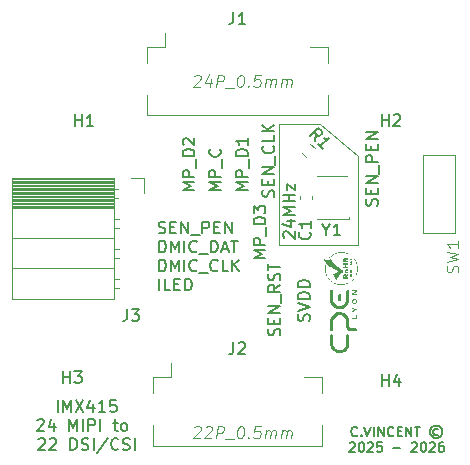
<source format=gbr>
%TF.GenerationSoftware,KiCad,Pcbnew,9.0.6*%
%TF.CreationDate,2026-01-08T09:33:55+01:00*%
%TF.ProjectId,Adapat_24pin_22pin,41646170-6174-45f3-9234-70696e5f3232,rev?*%
%TF.SameCoordinates,Original*%
%TF.FileFunction,Legend,Top*%
%TF.FilePolarity,Positive*%
%FSLAX46Y46*%
G04 Gerber Fmt 4.6, Leading zero omitted, Abs format (unit mm)*
G04 Created by KiCad (PCBNEW 9.0.6) date 2026-01-08 09:33:55*
%MOMM*%
%LPD*%
G01*
G04 APERTURE LIST*
%ADD10C,0.100000*%
%ADD11C,0.200000*%
%ADD12C,0.160000*%
%ADD13C,0.150000*%
%ADD14C,0.120000*%
%ADD15C,0.000000*%
G04 APERTURE END LIST*
D10*
X46250000Y-29000000D02*
X46250000Y-36500000D01*
X39500000Y-36500000D01*
X39500000Y-26250000D01*
X43000000Y-26250000D01*
X46250000Y-29000000D01*
D11*
X47819600Y-33177945D02*
X47867219Y-33035088D01*
X47867219Y-33035088D02*
X47867219Y-32796993D01*
X47867219Y-32796993D02*
X47819600Y-32701755D01*
X47819600Y-32701755D02*
X47771980Y-32654136D01*
X47771980Y-32654136D02*
X47676742Y-32606517D01*
X47676742Y-32606517D02*
X47581504Y-32606517D01*
X47581504Y-32606517D02*
X47486266Y-32654136D01*
X47486266Y-32654136D02*
X47438647Y-32701755D01*
X47438647Y-32701755D02*
X47391028Y-32796993D01*
X47391028Y-32796993D02*
X47343409Y-32987469D01*
X47343409Y-32987469D02*
X47295790Y-33082707D01*
X47295790Y-33082707D02*
X47248171Y-33130326D01*
X47248171Y-33130326D02*
X47152933Y-33177945D01*
X47152933Y-33177945D02*
X47057695Y-33177945D01*
X47057695Y-33177945D02*
X46962457Y-33130326D01*
X46962457Y-33130326D02*
X46914838Y-33082707D01*
X46914838Y-33082707D02*
X46867219Y-32987469D01*
X46867219Y-32987469D02*
X46867219Y-32749374D01*
X46867219Y-32749374D02*
X46914838Y-32606517D01*
X47343409Y-32177945D02*
X47343409Y-31844612D01*
X47867219Y-31701755D02*
X47867219Y-32177945D01*
X47867219Y-32177945D02*
X46867219Y-32177945D01*
X46867219Y-32177945D02*
X46867219Y-31701755D01*
X47867219Y-31273183D02*
X46867219Y-31273183D01*
X46867219Y-31273183D02*
X47867219Y-30701755D01*
X47867219Y-30701755D02*
X46867219Y-30701755D01*
X47962457Y-30463660D02*
X47962457Y-29701755D01*
X47867219Y-29463659D02*
X46867219Y-29463659D01*
X46867219Y-29463659D02*
X46867219Y-29082707D01*
X46867219Y-29082707D02*
X46914838Y-28987469D01*
X46914838Y-28987469D02*
X46962457Y-28939850D01*
X46962457Y-28939850D02*
X47057695Y-28892231D01*
X47057695Y-28892231D02*
X47200552Y-28892231D01*
X47200552Y-28892231D02*
X47295790Y-28939850D01*
X47295790Y-28939850D02*
X47343409Y-28987469D01*
X47343409Y-28987469D02*
X47391028Y-29082707D01*
X47391028Y-29082707D02*
X47391028Y-29463659D01*
X47343409Y-28463659D02*
X47343409Y-28130326D01*
X47867219Y-27987469D02*
X47867219Y-28463659D01*
X47867219Y-28463659D02*
X46867219Y-28463659D01*
X46867219Y-28463659D02*
X46867219Y-27987469D01*
X47867219Y-27558897D02*
X46867219Y-27558897D01*
X46867219Y-27558897D02*
X47867219Y-26987469D01*
X47867219Y-26987469D02*
X46867219Y-26987469D01*
X39569600Y-44177945D02*
X39617219Y-44035088D01*
X39617219Y-44035088D02*
X39617219Y-43796993D01*
X39617219Y-43796993D02*
X39569600Y-43701755D01*
X39569600Y-43701755D02*
X39521980Y-43654136D01*
X39521980Y-43654136D02*
X39426742Y-43606517D01*
X39426742Y-43606517D02*
X39331504Y-43606517D01*
X39331504Y-43606517D02*
X39236266Y-43654136D01*
X39236266Y-43654136D02*
X39188647Y-43701755D01*
X39188647Y-43701755D02*
X39141028Y-43796993D01*
X39141028Y-43796993D02*
X39093409Y-43987469D01*
X39093409Y-43987469D02*
X39045790Y-44082707D01*
X39045790Y-44082707D02*
X38998171Y-44130326D01*
X38998171Y-44130326D02*
X38902933Y-44177945D01*
X38902933Y-44177945D02*
X38807695Y-44177945D01*
X38807695Y-44177945D02*
X38712457Y-44130326D01*
X38712457Y-44130326D02*
X38664838Y-44082707D01*
X38664838Y-44082707D02*
X38617219Y-43987469D01*
X38617219Y-43987469D02*
X38617219Y-43749374D01*
X38617219Y-43749374D02*
X38664838Y-43606517D01*
X39093409Y-43177945D02*
X39093409Y-42844612D01*
X39617219Y-42701755D02*
X39617219Y-43177945D01*
X39617219Y-43177945D02*
X38617219Y-43177945D01*
X38617219Y-43177945D02*
X38617219Y-42701755D01*
X39617219Y-42273183D02*
X38617219Y-42273183D01*
X38617219Y-42273183D02*
X39617219Y-41701755D01*
X39617219Y-41701755D02*
X38617219Y-41701755D01*
X39712457Y-41463660D02*
X39712457Y-40701755D01*
X39617219Y-39892231D02*
X39141028Y-40225564D01*
X39617219Y-40463659D02*
X38617219Y-40463659D01*
X38617219Y-40463659D02*
X38617219Y-40082707D01*
X38617219Y-40082707D02*
X38664838Y-39987469D01*
X38664838Y-39987469D02*
X38712457Y-39939850D01*
X38712457Y-39939850D02*
X38807695Y-39892231D01*
X38807695Y-39892231D02*
X38950552Y-39892231D01*
X38950552Y-39892231D02*
X39045790Y-39939850D01*
X39045790Y-39939850D02*
X39093409Y-39987469D01*
X39093409Y-39987469D02*
X39141028Y-40082707D01*
X39141028Y-40082707D02*
X39141028Y-40463659D01*
X39569600Y-39511278D02*
X39617219Y-39368421D01*
X39617219Y-39368421D02*
X39617219Y-39130326D01*
X39617219Y-39130326D02*
X39569600Y-39035088D01*
X39569600Y-39035088D02*
X39521980Y-38987469D01*
X39521980Y-38987469D02*
X39426742Y-38939850D01*
X39426742Y-38939850D02*
X39331504Y-38939850D01*
X39331504Y-38939850D02*
X39236266Y-38987469D01*
X39236266Y-38987469D02*
X39188647Y-39035088D01*
X39188647Y-39035088D02*
X39141028Y-39130326D01*
X39141028Y-39130326D02*
X39093409Y-39320802D01*
X39093409Y-39320802D02*
X39045790Y-39416040D01*
X39045790Y-39416040D02*
X38998171Y-39463659D01*
X38998171Y-39463659D02*
X38902933Y-39511278D01*
X38902933Y-39511278D02*
X38807695Y-39511278D01*
X38807695Y-39511278D02*
X38712457Y-39463659D01*
X38712457Y-39463659D02*
X38664838Y-39416040D01*
X38664838Y-39416040D02*
X38617219Y-39320802D01*
X38617219Y-39320802D02*
X38617219Y-39082707D01*
X38617219Y-39082707D02*
X38664838Y-38939850D01*
X38617219Y-38654135D02*
X38617219Y-38082707D01*
X39617219Y-38368421D02*
X38617219Y-38368421D01*
X34617219Y-31880326D02*
X33617219Y-31880326D01*
X33617219Y-31880326D02*
X34331504Y-31546993D01*
X34331504Y-31546993D02*
X33617219Y-31213660D01*
X33617219Y-31213660D02*
X34617219Y-31213660D01*
X34617219Y-30737469D02*
X33617219Y-30737469D01*
X33617219Y-30737469D02*
X33617219Y-30356517D01*
X33617219Y-30356517D02*
X33664838Y-30261279D01*
X33664838Y-30261279D02*
X33712457Y-30213660D01*
X33712457Y-30213660D02*
X33807695Y-30166041D01*
X33807695Y-30166041D02*
X33950552Y-30166041D01*
X33950552Y-30166041D02*
X34045790Y-30213660D01*
X34045790Y-30213660D02*
X34093409Y-30261279D01*
X34093409Y-30261279D02*
X34141028Y-30356517D01*
X34141028Y-30356517D02*
X34141028Y-30737469D01*
X34712457Y-29975565D02*
X34712457Y-29213660D01*
X34521980Y-28404136D02*
X34569600Y-28451755D01*
X34569600Y-28451755D02*
X34617219Y-28594612D01*
X34617219Y-28594612D02*
X34617219Y-28689850D01*
X34617219Y-28689850D02*
X34569600Y-28832707D01*
X34569600Y-28832707D02*
X34474361Y-28927945D01*
X34474361Y-28927945D02*
X34379123Y-28975564D01*
X34379123Y-28975564D02*
X34188647Y-29023183D01*
X34188647Y-29023183D02*
X34045790Y-29023183D01*
X34045790Y-29023183D02*
X33855314Y-28975564D01*
X33855314Y-28975564D02*
X33760076Y-28927945D01*
X33760076Y-28927945D02*
X33664838Y-28832707D01*
X33664838Y-28832707D02*
X33617219Y-28689850D01*
X33617219Y-28689850D02*
X33617219Y-28594612D01*
X33617219Y-28594612D02*
X33664838Y-28451755D01*
X33664838Y-28451755D02*
X33712457Y-28404136D01*
X32367219Y-31880326D02*
X31367219Y-31880326D01*
X31367219Y-31880326D02*
X32081504Y-31546993D01*
X32081504Y-31546993D02*
X31367219Y-31213660D01*
X31367219Y-31213660D02*
X32367219Y-31213660D01*
X32367219Y-30737469D02*
X31367219Y-30737469D01*
X31367219Y-30737469D02*
X31367219Y-30356517D01*
X31367219Y-30356517D02*
X31414838Y-30261279D01*
X31414838Y-30261279D02*
X31462457Y-30213660D01*
X31462457Y-30213660D02*
X31557695Y-30166041D01*
X31557695Y-30166041D02*
X31700552Y-30166041D01*
X31700552Y-30166041D02*
X31795790Y-30213660D01*
X31795790Y-30213660D02*
X31843409Y-30261279D01*
X31843409Y-30261279D02*
X31891028Y-30356517D01*
X31891028Y-30356517D02*
X31891028Y-30737469D01*
X32462457Y-29975565D02*
X32462457Y-29213660D01*
X32367219Y-28975564D02*
X31367219Y-28975564D01*
X31367219Y-28975564D02*
X31367219Y-28737469D01*
X31367219Y-28737469D02*
X31414838Y-28594612D01*
X31414838Y-28594612D02*
X31510076Y-28499374D01*
X31510076Y-28499374D02*
X31605314Y-28451755D01*
X31605314Y-28451755D02*
X31795790Y-28404136D01*
X31795790Y-28404136D02*
X31938647Y-28404136D01*
X31938647Y-28404136D02*
X32129123Y-28451755D01*
X32129123Y-28451755D02*
X32224361Y-28499374D01*
X32224361Y-28499374D02*
X32319600Y-28594612D01*
X32319600Y-28594612D02*
X32367219Y-28737469D01*
X32367219Y-28737469D02*
X32367219Y-28975564D01*
X31462457Y-28023183D02*
X31414838Y-27975564D01*
X31414838Y-27975564D02*
X31367219Y-27880326D01*
X31367219Y-27880326D02*
X31367219Y-27642231D01*
X31367219Y-27642231D02*
X31414838Y-27546993D01*
X31414838Y-27546993D02*
X31462457Y-27499374D01*
X31462457Y-27499374D02*
X31557695Y-27451755D01*
X31557695Y-27451755D02*
X31652933Y-27451755D01*
X31652933Y-27451755D02*
X31795790Y-27499374D01*
X31795790Y-27499374D02*
X32367219Y-28070802D01*
X32367219Y-28070802D02*
X32367219Y-27451755D01*
X36867219Y-31880326D02*
X35867219Y-31880326D01*
X35867219Y-31880326D02*
X36581504Y-31546993D01*
X36581504Y-31546993D02*
X35867219Y-31213660D01*
X35867219Y-31213660D02*
X36867219Y-31213660D01*
X36867219Y-30737469D02*
X35867219Y-30737469D01*
X35867219Y-30737469D02*
X35867219Y-30356517D01*
X35867219Y-30356517D02*
X35914838Y-30261279D01*
X35914838Y-30261279D02*
X35962457Y-30213660D01*
X35962457Y-30213660D02*
X36057695Y-30166041D01*
X36057695Y-30166041D02*
X36200552Y-30166041D01*
X36200552Y-30166041D02*
X36295790Y-30213660D01*
X36295790Y-30213660D02*
X36343409Y-30261279D01*
X36343409Y-30261279D02*
X36391028Y-30356517D01*
X36391028Y-30356517D02*
X36391028Y-30737469D01*
X36962457Y-29975565D02*
X36962457Y-29213660D01*
X36867219Y-28975564D02*
X35867219Y-28975564D01*
X35867219Y-28975564D02*
X35867219Y-28737469D01*
X35867219Y-28737469D02*
X35914838Y-28594612D01*
X35914838Y-28594612D02*
X36010076Y-28499374D01*
X36010076Y-28499374D02*
X36105314Y-28451755D01*
X36105314Y-28451755D02*
X36295790Y-28404136D01*
X36295790Y-28404136D02*
X36438647Y-28404136D01*
X36438647Y-28404136D02*
X36629123Y-28451755D01*
X36629123Y-28451755D02*
X36724361Y-28499374D01*
X36724361Y-28499374D02*
X36819600Y-28594612D01*
X36819600Y-28594612D02*
X36867219Y-28737469D01*
X36867219Y-28737469D02*
X36867219Y-28975564D01*
X36867219Y-27451755D02*
X36867219Y-28023183D01*
X36867219Y-27737469D02*
X35867219Y-27737469D01*
X35867219Y-27737469D02*
X36010076Y-27832707D01*
X36010076Y-27832707D02*
X36105314Y-27927945D01*
X36105314Y-27927945D02*
X36152933Y-28023183D01*
D10*
X32363408Y-22217657D02*
X32416979Y-22170038D01*
X32416979Y-22170038D02*
X32518169Y-22122419D01*
X32518169Y-22122419D02*
X32756265Y-22122419D01*
X32756265Y-22122419D02*
X32845550Y-22170038D01*
X32845550Y-22170038D02*
X32887217Y-22217657D01*
X32887217Y-22217657D02*
X32922931Y-22312895D01*
X32922931Y-22312895D02*
X32911027Y-22408133D01*
X32911027Y-22408133D02*
X32845550Y-22550990D01*
X32845550Y-22550990D02*
X32202693Y-23122419D01*
X32202693Y-23122419D02*
X32821741Y-23122419D01*
X33762217Y-22455752D02*
X33678884Y-23122419D01*
X33571741Y-22074800D02*
X33244360Y-22789085D01*
X33244360Y-22789085D02*
X33863408Y-22789085D01*
X34202693Y-23122419D02*
X34327693Y-22122419D01*
X34327693Y-22122419D02*
X34708646Y-22122419D01*
X34708646Y-22122419D02*
X34797931Y-22170038D01*
X34797931Y-22170038D02*
X34839598Y-22217657D01*
X34839598Y-22217657D02*
X34875312Y-22312895D01*
X34875312Y-22312895D02*
X34857455Y-22455752D01*
X34857455Y-22455752D02*
X34797931Y-22550990D01*
X34797931Y-22550990D02*
X34744360Y-22598609D01*
X34744360Y-22598609D02*
X34643170Y-22646228D01*
X34643170Y-22646228D02*
X34262217Y-22646228D01*
X34952693Y-23217657D02*
X35714598Y-23217657D01*
X36280075Y-22122419D02*
X36375313Y-22122419D01*
X36375313Y-22122419D02*
X36464598Y-22170038D01*
X36464598Y-22170038D02*
X36506265Y-22217657D01*
X36506265Y-22217657D02*
X36541979Y-22312895D01*
X36541979Y-22312895D02*
X36565789Y-22503371D01*
X36565789Y-22503371D02*
X36536027Y-22741466D01*
X36536027Y-22741466D02*
X36464598Y-22931942D01*
X36464598Y-22931942D02*
X36405075Y-23027180D01*
X36405075Y-23027180D02*
X36351503Y-23074800D01*
X36351503Y-23074800D02*
X36250313Y-23122419D01*
X36250313Y-23122419D02*
X36155075Y-23122419D01*
X36155075Y-23122419D02*
X36065789Y-23074800D01*
X36065789Y-23074800D02*
X36024122Y-23027180D01*
X36024122Y-23027180D02*
X35988408Y-22931942D01*
X35988408Y-22931942D02*
X35964598Y-22741466D01*
X35964598Y-22741466D02*
X35994360Y-22503371D01*
X35994360Y-22503371D02*
X36065789Y-22312895D01*
X36065789Y-22312895D02*
X36125313Y-22217657D01*
X36125313Y-22217657D02*
X36178884Y-22170038D01*
X36178884Y-22170038D02*
X36280075Y-22122419D01*
X36928884Y-23027180D02*
X36970551Y-23074800D01*
X36970551Y-23074800D02*
X36916979Y-23122419D01*
X36916979Y-23122419D02*
X36875313Y-23074800D01*
X36875313Y-23074800D02*
X36928884Y-23027180D01*
X36928884Y-23027180D02*
X36916979Y-23122419D01*
X37994360Y-22122419D02*
X37518169Y-22122419D01*
X37518169Y-22122419D02*
X37411027Y-22598609D01*
X37411027Y-22598609D02*
X37464598Y-22550990D01*
X37464598Y-22550990D02*
X37565788Y-22503371D01*
X37565788Y-22503371D02*
X37803884Y-22503371D01*
X37803884Y-22503371D02*
X37893169Y-22550990D01*
X37893169Y-22550990D02*
X37934836Y-22598609D01*
X37934836Y-22598609D02*
X37970550Y-22693847D01*
X37970550Y-22693847D02*
X37940788Y-22931942D01*
X37940788Y-22931942D02*
X37881265Y-23027180D01*
X37881265Y-23027180D02*
X37827693Y-23074800D01*
X37827693Y-23074800D02*
X37726503Y-23122419D01*
X37726503Y-23122419D02*
X37488407Y-23122419D01*
X37488407Y-23122419D02*
X37399122Y-23074800D01*
X37399122Y-23074800D02*
X37357455Y-23027180D01*
X38345550Y-23122419D02*
X38428884Y-22455752D01*
X38416979Y-22550990D02*
X38470550Y-22503371D01*
X38470550Y-22503371D02*
X38571741Y-22455752D01*
X38571741Y-22455752D02*
X38714598Y-22455752D01*
X38714598Y-22455752D02*
X38803884Y-22503371D01*
X38803884Y-22503371D02*
X38839598Y-22598609D01*
X38839598Y-22598609D02*
X38774122Y-23122419D01*
X38839598Y-22598609D02*
X38899122Y-22503371D01*
X38899122Y-22503371D02*
X39000312Y-22455752D01*
X39000312Y-22455752D02*
X39143169Y-22455752D01*
X39143169Y-22455752D02*
X39232455Y-22503371D01*
X39232455Y-22503371D02*
X39268169Y-22598609D01*
X39268169Y-22598609D02*
X39202693Y-23122419D01*
X39678883Y-23122419D02*
X39762217Y-22455752D01*
X39750312Y-22550990D02*
X39803883Y-22503371D01*
X39803883Y-22503371D02*
X39905074Y-22455752D01*
X39905074Y-22455752D02*
X40047931Y-22455752D01*
X40047931Y-22455752D02*
X40137217Y-22503371D01*
X40137217Y-22503371D02*
X40172931Y-22598609D01*
X40172931Y-22598609D02*
X40107455Y-23122419D01*
X40172931Y-22598609D02*
X40232455Y-22503371D01*
X40232455Y-22503371D02*
X40333645Y-22455752D01*
X40333645Y-22455752D02*
X40476502Y-22455752D01*
X40476502Y-22455752D02*
X40565788Y-22503371D01*
X40565788Y-22503371D02*
X40601502Y-22598609D01*
X40601502Y-22598609D02*
X40536026Y-23122419D01*
D11*
X39962457Y-35927945D02*
X39914838Y-35880326D01*
X39914838Y-35880326D02*
X39867219Y-35785088D01*
X39867219Y-35785088D02*
X39867219Y-35546993D01*
X39867219Y-35546993D02*
X39914838Y-35451755D01*
X39914838Y-35451755D02*
X39962457Y-35404136D01*
X39962457Y-35404136D02*
X40057695Y-35356517D01*
X40057695Y-35356517D02*
X40152933Y-35356517D01*
X40152933Y-35356517D02*
X40295790Y-35404136D01*
X40295790Y-35404136D02*
X40867219Y-35975564D01*
X40867219Y-35975564D02*
X40867219Y-35356517D01*
X40200552Y-34499374D02*
X40867219Y-34499374D01*
X39819600Y-34737469D02*
X40533885Y-34975564D01*
X40533885Y-34975564D02*
X40533885Y-34356517D01*
X40867219Y-33975564D02*
X39867219Y-33975564D01*
X39867219Y-33975564D02*
X40581504Y-33642231D01*
X40581504Y-33642231D02*
X39867219Y-33308898D01*
X39867219Y-33308898D02*
X40867219Y-33308898D01*
X40867219Y-32832707D02*
X39867219Y-32832707D01*
X40343409Y-32832707D02*
X40343409Y-32261279D01*
X40867219Y-32261279D02*
X39867219Y-32261279D01*
X40200552Y-31880326D02*
X40200552Y-31356517D01*
X40200552Y-31356517D02*
X40867219Y-31880326D01*
X40867219Y-31880326D02*
X40867219Y-31356517D01*
X38367219Y-37630326D02*
X37367219Y-37630326D01*
X37367219Y-37630326D02*
X38081504Y-37296993D01*
X38081504Y-37296993D02*
X37367219Y-36963660D01*
X37367219Y-36963660D02*
X38367219Y-36963660D01*
X38367219Y-36487469D02*
X37367219Y-36487469D01*
X37367219Y-36487469D02*
X37367219Y-36106517D01*
X37367219Y-36106517D02*
X37414838Y-36011279D01*
X37414838Y-36011279D02*
X37462457Y-35963660D01*
X37462457Y-35963660D02*
X37557695Y-35916041D01*
X37557695Y-35916041D02*
X37700552Y-35916041D01*
X37700552Y-35916041D02*
X37795790Y-35963660D01*
X37795790Y-35963660D02*
X37843409Y-36011279D01*
X37843409Y-36011279D02*
X37891028Y-36106517D01*
X37891028Y-36106517D02*
X37891028Y-36487469D01*
X38462457Y-35725565D02*
X38462457Y-34963660D01*
X38367219Y-34725564D02*
X37367219Y-34725564D01*
X37367219Y-34725564D02*
X37367219Y-34487469D01*
X37367219Y-34487469D02*
X37414838Y-34344612D01*
X37414838Y-34344612D02*
X37510076Y-34249374D01*
X37510076Y-34249374D02*
X37605314Y-34201755D01*
X37605314Y-34201755D02*
X37795790Y-34154136D01*
X37795790Y-34154136D02*
X37938647Y-34154136D01*
X37938647Y-34154136D02*
X38129123Y-34201755D01*
X38129123Y-34201755D02*
X38224361Y-34249374D01*
X38224361Y-34249374D02*
X38319600Y-34344612D01*
X38319600Y-34344612D02*
X38367219Y-34487469D01*
X38367219Y-34487469D02*
X38367219Y-34725564D01*
X37367219Y-33820802D02*
X37367219Y-33201755D01*
X37367219Y-33201755D02*
X37748171Y-33535088D01*
X37748171Y-33535088D02*
X37748171Y-33392231D01*
X37748171Y-33392231D02*
X37795790Y-33296993D01*
X37795790Y-33296993D02*
X37843409Y-33249374D01*
X37843409Y-33249374D02*
X37938647Y-33201755D01*
X37938647Y-33201755D02*
X38176742Y-33201755D01*
X38176742Y-33201755D02*
X38271980Y-33249374D01*
X38271980Y-33249374D02*
X38319600Y-33296993D01*
X38319600Y-33296993D02*
X38367219Y-33392231D01*
X38367219Y-33392231D02*
X38367219Y-33677945D01*
X38367219Y-33677945D02*
X38319600Y-33773183D01*
X38319600Y-33773183D02*
X38271980Y-33820802D01*
D10*
X32363408Y-51967657D02*
X32416979Y-51920038D01*
X32416979Y-51920038D02*
X32518169Y-51872419D01*
X32518169Y-51872419D02*
X32756265Y-51872419D01*
X32756265Y-51872419D02*
X32845550Y-51920038D01*
X32845550Y-51920038D02*
X32887217Y-51967657D01*
X32887217Y-51967657D02*
X32922931Y-52062895D01*
X32922931Y-52062895D02*
X32911027Y-52158133D01*
X32911027Y-52158133D02*
X32845550Y-52300990D01*
X32845550Y-52300990D02*
X32202693Y-52872419D01*
X32202693Y-52872419D02*
X32821741Y-52872419D01*
X33315789Y-51967657D02*
X33369360Y-51920038D01*
X33369360Y-51920038D02*
X33470550Y-51872419D01*
X33470550Y-51872419D02*
X33708646Y-51872419D01*
X33708646Y-51872419D02*
X33797931Y-51920038D01*
X33797931Y-51920038D02*
X33839598Y-51967657D01*
X33839598Y-51967657D02*
X33875312Y-52062895D01*
X33875312Y-52062895D02*
X33863408Y-52158133D01*
X33863408Y-52158133D02*
X33797931Y-52300990D01*
X33797931Y-52300990D02*
X33155074Y-52872419D01*
X33155074Y-52872419D02*
X33774122Y-52872419D01*
X34202693Y-52872419D02*
X34327693Y-51872419D01*
X34327693Y-51872419D02*
X34708646Y-51872419D01*
X34708646Y-51872419D02*
X34797931Y-51920038D01*
X34797931Y-51920038D02*
X34839598Y-51967657D01*
X34839598Y-51967657D02*
X34875312Y-52062895D01*
X34875312Y-52062895D02*
X34857455Y-52205752D01*
X34857455Y-52205752D02*
X34797931Y-52300990D01*
X34797931Y-52300990D02*
X34744360Y-52348609D01*
X34744360Y-52348609D02*
X34643170Y-52396228D01*
X34643170Y-52396228D02*
X34262217Y-52396228D01*
X34952693Y-52967657D02*
X35714598Y-52967657D01*
X36280075Y-51872419D02*
X36375313Y-51872419D01*
X36375313Y-51872419D02*
X36464598Y-51920038D01*
X36464598Y-51920038D02*
X36506265Y-51967657D01*
X36506265Y-51967657D02*
X36541979Y-52062895D01*
X36541979Y-52062895D02*
X36565789Y-52253371D01*
X36565789Y-52253371D02*
X36536027Y-52491466D01*
X36536027Y-52491466D02*
X36464598Y-52681942D01*
X36464598Y-52681942D02*
X36405075Y-52777180D01*
X36405075Y-52777180D02*
X36351503Y-52824800D01*
X36351503Y-52824800D02*
X36250313Y-52872419D01*
X36250313Y-52872419D02*
X36155075Y-52872419D01*
X36155075Y-52872419D02*
X36065789Y-52824800D01*
X36065789Y-52824800D02*
X36024122Y-52777180D01*
X36024122Y-52777180D02*
X35988408Y-52681942D01*
X35988408Y-52681942D02*
X35964598Y-52491466D01*
X35964598Y-52491466D02*
X35994360Y-52253371D01*
X35994360Y-52253371D02*
X36065789Y-52062895D01*
X36065789Y-52062895D02*
X36125313Y-51967657D01*
X36125313Y-51967657D02*
X36178884Y-51920038D01*
X36178884Y-51920038D02*
X36280075Y-51872419D01*
X36928884Y-52777180D02*
X36970551Y-52824800D01*
X36970551Y-52824800D02*
X36916979Y-52872419D01*
X36916979Y-52872419D02*
X36875313Y-52824800D01*
X36875313Y-52824800D02*
X36928884Y-52777180D01*
X36928884Y-52777180D02*
X36916979Y-52872419D01*
X37994360Y-51872419D02*
X37518169Y-51872419D01*
X37518169Y-51872419D02*
X37411027Y-52348609D01*
X37411027Y-52348609D02*
X37464598Y-52300990D01*
X37464598Y-52300990D02*
X37565788Y-52253371D01*
X37565788Y-52253371D02*
X37803884Y-52253371D01*
X37803884Y-52253371D02*
X37893169Y-52300990D01*
X37893169Y-52300990D02*
X37934836Y-52348609D01*
X37934836Y-52348609D02*
X37970550Y-52443847D01*
X37970550Y-52443847D02*
X37940788Y-52681942D01*
X37940788Y-52681942D02*
X37881265Y-52777180D01*
X37881265Y-52777180D02*
X37827693Y-52824800D01*
X37827693Y-52824800D02*
X37726503Y-52872419D01*
X37726503Y-52872419D02*
X37488407Y-52872419D01*
X37488407Y-52872419D02*
X37399122Y-52824800D01*
X37399122Y-52824800D02*
X37357455Y-52777180D01*
X38345550Y-52872419D02*
X38428884Y-52205752D01*
X38416979Y-52300990D02*
X38470550Y-52253371D01*
X38470550Y-52253371D02*
X38571741Y-52205752D01*
X38571741Y-52205752D02*
X38714598Y-52205752D01*
X38714598Y-52205752D02*
X38803884Y-52253371D01*
X38803884Y-52253371D02*
X38839598Y-52348609D01*
X38839598Y-52348609D02*
X38774122Y-52872419D01*
X38839598Y-52348609D02*
X38899122Y-52253371D01*
X38899122Y-52253371D02*
X39000312Y-52205752D01*
X39000312Y-52205752D02*
X39143169Y-52205752D01*
X39143169Y-52205752D02*
X39232455Y-52253371D01*
X39232455Y-52253371D02*
X39268169Y-52348609D01*
X39268169Y-52348609D02*
X39202693Y-52872419D01*
X39678883Y-52872419D02*
X39762217Y-52205752D01*
X39750312Y-52300990D02*
X39803883Y-52253371D01*
X39803883Y-52253371D02*
X39905074Y-52205752D01*
X39905074Y-52205752D02*
X40047931Y-52205752D01*
X40047931Y-52205752D02*
X40137217Y-52253371D01*
X40137217Y-52253371D02*
X40172931Y-52348609D01*
X40172931Y-52348609D02*
X40107455Y-52872419D01*
X40172931Y-52348609D02*
X40232455Y-52253371D01*
X40232455Y-52253371D02*
X40333645Y-52205752D01*
X40333645Y-52205752D02*
X40476502Y-52205752D01*
X40476502Y-52205752D02*
X40565788Y-52253371D01*
X40565788Y-52253371D02*
X40601502Y-52348609D01*
X40601502Y-52348609D02*
X40536026Y-52872419D01*
D11*
X29322054Y-35489768D02*
X29464911Y-35537387D01*
X29464911Y-35537387D02*
X29703006Y-35537387D01*
X29703006Y-35537387D02*
X29798244Y-35489768D01*
X29798244Y-35489768D02*
X29845863Y-35442148D01*
X29845863Y-35442148D02*
X29893482Y-35346910D01*
X29893482Y-35346910D02*
X29893482Y-35251672D01*
X29893482Y-35251672D02*
X29845863Y-35156434D01*
X29845863Y-35156434D02*
X29798244Y-35108815D01*
X29798244Y-35108815D02*
X29703006Y-35061196D01*
X29703006Y-35061196D02*
X29512530Y-35013577D01*
X29512530Y-35013577D02*
X29417292Y-34965958D01*
X29417292Y-34965958D02*
X29369673Y-34918339D01*
X29369673Y-34918339D02*
X29322054Y-34823101D01*
X29322054Y-34823101D02*
X29322054Y-34727863D01*
X29322054Y-34727863D02*
X29369673Y-34632625D01*
X29369673Y-34632625D02*
X29417292Y-34585006D01*
X29417292Y-34585006D02*
X29512530Y-34537387D01*
X29512530Y-34537387D02*
X29750625Y-34537387D01*
X29750625Y-34537387D02*
X29893482Y-34585006D01*
X30322054Y-35013577D02*
X30655387Y-35013577D01*
X30798244Y-35537387D02*
X30322054Y-35537387D01*
X30322054Y-35537387D02*
X30322054Y-34537387D01*
X30322054Y-34537387D02*
X30798244Y-34537387D01*
X31226816Y-35537387D02*
X31226816Y-34537387D01*
X31226816Y-34537387D02*
X31798244Y-35537387D01*
X31798244Y-35537387D02*
X31798244Y-34537387D01*
X32036340Y-35632625D02*
X32798244Y-35632625D01*
X33036340Y-35537387D02*
X33036340Y-34537387D01*
X33036340Y-34537387D02*
X33417292Y-34537387D01*
X33417292Y-34537387D02*
X33512530Y-34585006D01*
X33512530Y-34585006D02*
X33560149Y-34632625D01*
X33560149Y-34632625D02*
X33607768Y-34727863D01*
X33607768Y-34727863D02*
X33607768Y-34870720D01*
X33607768Y-34870720D02*
X33560149Y-34965958D01*
X33560149Y-34965958D02*
X33512530Y-35013577D01*
X33512530Y-35013577D02*
X33417292Y-35061196D01*
X33417292Y-35061196D02*
X33036340Y-35061196D01*
X34036340Y-35013577D02*
X34369673Y-35013577D01*
X34512530Y-35537387D02*
X34036340Y-35537387D01*
X34036340Y-35537387D02*
X34036340Y-34537387D01*
X34036340Y-34537387D02*
X34512530Y-34537387D01*
X34941102Y-35537387D02*
X34941102Y-34537387D01*
X34941102Y-34537387D02*
X35512530Y-35537387D01*
X35512530Y-35537387D02*
X35512530Y-34537387D01*
X29369673Y-37147331D02*
X29369673Y-36147331D01*
X29369673Y-36147331D02*
X29607768Y-36147331D01*
X29607768Y-36147331D02*
X29750625Y-36194950D01*
X29750625Y-36194950D02*
X29845863Y-36290188D01*
X29845863Y-36290188D02*
X29893482Y-36385426D01*
X29893482Y-36385426D02*
X29941101Y-36575902D01*
X29941101Y-36575902D02*
X29941101Y-36718759D01*
X29941101Y-36718759D02*
X29893482Y-36909235D01*
X29893482Y-36909235D02*
X29845863Y-37004473D01*
X29845863Y-37004473D02*
X29750625Y-37099712D01*
X29750625Y-37099712D02*
X29607768Y-37147331D01*
X29607768Y-37147331D02*
X29369673Y-37147331D01*
X30369673Y-37147331D02*
X30369673Y-36147331D01*
X30369673Y-36147331D02*
X30703006Y-36861616D01*
X30703006Y-36861616D02*
X31036339Y-36147331D01*
X31036339Y-36147331D02*
X31036339Y-37147331D01*
X31512530Y-37147331D02*
X31512530Y-36147331D01*
X32560148Y-37052092D02*
X32512529Y-37099712D01*
X32512529Y-37099712D02*
X32369672Y-37147331D01*
X32369672Y-37147331D02*
X32274434Y-37147331D01*
X32274434Y-37147331D02*
X32131577Y-37099712D01*
X32131577Y-37099712D02*
X32036339Y-37004473D01*
X32036339Y-37004473D02*
X31988720Y-36909235D01*
X31988720Y-36909235D02*
X31941101Y-36718759D01*
X31941101Y-36718759D02*
X31941101Y-36575902D01*
X31941101Y-36575902D02*
X31988720Y-36385426D01*
X31988720Y-36385426D02*
X32036339Y-36290188D01*
X32036339Y-36290188D02*
X32131577Y-36194950D01*
X32131577Y-36194950D02*
X32274434Y-36147331D01*
X32274434Y-36147331D02*
X32369672Y-36147331D01*
X32369672Y-36147331D02*
X32512529Y-36194950D01*
X32512529Y-36194950D02*
X32560148Y-36242569D01*
X32750625Y-37242569D02*
X33512529Y-37242569D01*
X33750625Y-37147331D02*
X33750625Y-36147331D01*
X33750625Y-36147331D02*
X33988720Y-36147331D01*
X33988720Y-36147331D02*
X34131577Y-36194950D01*
X34131577Y-36194950D02*
X34226815Y-36290188D01*
X34226815Y-36290188D02*
X34274434Y-36385426D01*
X34274434Y-36385426D02*
X34322053Y-36575902D01*
X34322053Y-36575902D02*
X34322053Y-36718759D01*
X34322053Y-36718759D02*
X34274434Y-36909235D01*
X34274434Y-36909235D02*
X34226815Y-37004473D01*
X34226815Y-37004473D02*
X34131577Y-37099712D01*
X34131577Y-37099712D02*
X33988720Y-37147331D01*
X33988720Y-37147331D02*
X33750625Y-37147331D01*
X34703006Y-36861616D02*
X35179196Y-36861616D01*
X34607768Y-37147331D02*
X34941101Y-36147331D01*
X34941101Y-36147331D02*
X35274434Y-37147331D01*
X35464911Y-36147331D02*
X36036339Y-36147331D01*
X35750625Y-37147331D02*
X35750625Y-36147331D01*
X29369673Y-38757275D02*
X29369673Y-37757275D01*
X29369673Y-37757275D02*
X29607768Y-37757275D01*
X29607768Y-37757275D02*
X29750625Y-37804894D01*
X29750625Y-37804894D02*
X29845863Y-37900132D01*
X29845863Y-37900132D02*
X29893482Y-37995370D01*
X29893482Y-37995370D02*
X29941101Y-38185846D01*
X29941101Y-38185846D02*
X29941101Y-38328703D01*
X29941101Y-38328703D02*
X29893482Y-38519179D01*
X29893482Y-38519179D02*
X29845863Y-38614417D01*
X29845863Y-38614417D02*
X29750625Y-38709656D01*
X29750625Y-38709656D02*
X29607768Y-38757275D01*
X29607768Y-38757275D02*
X29369673Y-38757275D01*
X30369673Y-38757275D02*
X30369673Y-37757275D01*
X30369673Y-37757275D02*
X30703006Y-38471560D01*
X30703006Y-38471560D02*
X31036339Y-37757275D01*
X31036339Y-37757275D02*
X31036339Y-38757275D01*
X31512530Y-38757275D02*
X31512530Y-37757275D01*
X32560148Y-38662036D02*
X32512529Y-38709656D01*
X32512529Y-38709656D02*
X32369672Y-38757275D01*
X32369672Y-38757275D02*
X32274434Y-38757275D01*
X32274434Y-38757275D02*
X32131577Y-38709656D01*
X32131577Y-38709656D02*
X32036339Y-38614417D01*
X32036339Y-38614417D02*
X31988720Y-38519179D01*
X31988720Y-38519179D02*
X31941101Y-38328703D01*
X31941101Y-38328703D02*
X31941101Y-38185846D01*
X31941101Y-38185846D02*
X31988720Y-37995370D01*
X31988720Y-37995370D02*
X32036339Y-37900132D01*
X32036339Y-37900132D02*
X32131577Y-37804894D01*
X32131577Y-37804894D02*
X32274434Y-37757275D01*
X32274434Y-37757275D02*
X32369672Y-37757275D01*
X32369672Y-37757275D02*
X32512529Y-37804894D01*
X32512529Y-37804894D02*
X32560148Y-37852513D01*
X32750625Y-38852513D02*
X33512529Y-38852513D01*
X34322053Y-38662036D02*
X34274434Y-38709656D01*
X34274434Y-38709656D02*
X34131577Y-38757275D01*
X34131577Y-38757275D02*
X34036339Y-38757275D01*
X34036339Y-38757275D02*
X33893482Y-38709656D01*
X33893482Y-38709656D02*
X33798244Y-38614417D01*
X33798244Y-38614417D02*
X33750625Y-38519179D01*
X33750625Y-38519179D02*
X33703006Y-38328703D01*
X33703006Y-38328703D02*
X33703006Y-38185846D01*
X33703006Y-38185846D02*
X33750625Y-37995370D01*
X33750625Y-37995370D02*
X33798244Y-37900132D01*
X33798244Y-37900132D02*
X33893482Y-37804894D01*
X33893482Y-37804894D02*
X34036339Y-37757275D01*
X34036339Y-37757275D02*
X34131577Y-37757275D01*
X34131577Y-37757275D02*
X34274434Y-37804894D01*
X34274434Y-37804894D02*
X34322053Y-37852513D01*
X35226815Y-38757275D02*
X34750625Y-38757275D01*
X34750625Y-38757275D02*
X34750625Y-37757275D01*
X35560149Y-38757275D02*
X35560149Y-37757275D01*
X36131577Y-38757275D02*
X35703006Y-38185846D01*
X36131577Y-37757275D02*
X35560149Y-38328703D01*
X29369673Y-40367219D02*
X29369673Y-39367219D01*
X30322053Y-40367219D02*
X29845863Y-40367219D01*
X29845863Y-40367219D02*
X29845863Y-39367219D01*
X30655387Y-39843409D02*
X30988720Y-39843409D01*
X31131577Y-40367219D02*
X30655387Y-40367219D01*
X30655387Y-40367219D02*
X30655387Y-39367219D01*
X30655387Y-39367219D02*
X31131577Y-39367219D01*
X31560149Y-40367219D02*
X31560149Y-39367219D01*
X31560149Y-39367219D02*
X31798244Y-39367219D01*
X31798244Y-39367219D02*
X31941101Y-39414838D01*
X31941101Y-39414838D02*
X32036339Y-39510076D01*
X32036339Y-39510076D02*
X32083958Y-39605314D01*
X32083958Y-39605314D02*
X32131577Y-39795790D01*
X32131577Y-39795790D02*
X32131577Y-39938647D01*
X32131577Y-39938647D02*
X32083958Y-40129123D01*
X32083958Y-40129123D02*
X32036339Y-40224361D01*
X32036339Y-40224361D02*
X31941101Y-40319600D01*
X31941101Y-40319600D02*
X31798244Y-40367219D01*
X31798244Y-40367219D02*
X31560149Y-40367219D01*
X42069600Y-42927945D02*
X42117219Y-42785088D01*
X42117219Y-42785088D02*
X42117219Y-42546993D01*
X42117219Y-42546993D02*
X42069600Y-42451755D01*
X42069600Y-42451755D02*
X42021980Y-42404136D01*
X42021980Y-42404136D02*
X41926742Y-42356517D01*
X41926742Y-42356517D02*
X41831504Y-42356517D01*
X41831504Y-42356517D02*
X41736266Y-42404136D01*
X41736266Y-42404136D02*
X41688647Y-42451755D01*
X41688647Y-42451755D02*
X41641028Y-42546993D01*
X41641028Y-42546993D02*
X41593409Y-42737469D01*
X41593409Y-42737469D02*
X41545790Y-42832707D01*
X41545790Y-42832707D02*
X41498171Y-42880326D01*
X41498171Y-42880326D02*
X41402933Y-42927945D01*
X41402933Y-42927945D02*
X41307695Y-42927945D01*
X41307695Y-42927945D02*
X41212457Y-42880326D01*
X41212457Y-42880326D02*
X41164838Y-42832707D01*
X41164838Y-42832707D02*
X41117219Y-42737469D01*
X41117219Y-42737469D02*
X41117219Y-42499374D01*
X41117219Y-42499374D02*
X41164838Y-42356517D01*
X41117219Y-42070802D02*
X42117219Y-41737469D01*
X42117219Y-41737469D02*
X41117219Y-41404136D01*
X42117219Y-41070802D02*
X41117219Y-41070802D01*
X41117219Y-41070802D02*
X41117219Y-40832707D01*
X41117219Y-40832707D02*
X41164838Y-40689850D01*
X41164838Y-40689850D02*
X41260076Y-40594612D01*
X41260076Y-40594612D02*
X41355314Y-40546993D01*
X41355314Y-40546993D02*
X41545790Y-40499374D01*
X41545790Y-40499374D02*
X41688647Y-40499374D01*
X41688647Y-40499374D02*
X41879123Y-40546993D01*
X41879123Y-40546993D02*
X41974361Y-40594612D01*
X41974361Y-40594612D02*
X42069600Y-40689850D01*
X42069600Y-40689850D02*
X42117219Y-40832707D01*
X42117219Y-40832707D02*
X42117219Y-41070802D01*
X42117219Y-40070802D02*
X41117219Y-40070802D01*
X41117219Y-40070802D02*
X41117219Y-39832707D01*
X41117219Y-39832707D02*
X41164838Y-39689850D01*
X41164838Y-39689850D02*
X41260076Y-39594612D01*
X41260076Y-39594612D02*
X41355314Y-39546993D01*
X41355314Y-39546993D02*
X41545790Y-39499374D01*
X41545790Y-39499374D02*
X41688647Y-39499374D01*
X41688647Y-39499374D02*
X41879123Y-39546993D01*
X41879123Y-39546993D02*
X41974361Y-39594612D01*
X41974361Y-39594612D02*
X42069600Y-39689850D01*
X42069600Y-39689850D02*
X42117219Y-39832707D01*
X42117219Y-39832707D02*
X42117219Y-40070802D01*
X20773810Y-50647331D02*
X20773810Y-49647331D01*
X21250000Y-50647331D02*
X21250000Y-49647331D01*
X21250000Y-49647331D02*
X21583333Y-50361616D01*
X21583333Y-50361616D02*
X21916666Y-49647331D01*
X21916666Y-49647331D02*
X21916666Y-50647331D01*
X22297619Y-49647331D02*
X22964285Y-50647331D01*
X22964285Y-49647331D02*
X22297619Y-50647331D01*
X23773809Y-49980664D02*
X23773809Y-50647331D01*
X23535714Y-49599712D02*
X23297619Y-50313997D01*
X23297619Y-50313997D02*
X23916666Y-50313997D01*
X24821428Y-50647331D02*
X24250000Y-50647331D01*
X24535714Y-50647331D02*
X24535714Y-49647331D01*
X24535714Y-49647331D02*
X24440476Y-49790188D01*
X24440476Y-49790188D02*
X24345238Y-49885426D01*
X24345238Y-49885426D02*
X24250000Y-49933045D01*
X25726190Y-49647331D02*
X25250000Y-49647331D01*
X25250000Y-49647331D02*
X25202381Y-50123521D01*
X25202381Y-50123521D02*
X25250000Y-50075902D01*
X25250000Y-50075902D02*
X25345238Y-50028283D01*
X25345238Y-50028283D02*
X25583333Y-50028283D01*
X25583333Y-50028283D02*
X25678571Y-50075902D01*
X25678571Y-50075902D02*
X25726190Y-50123521D01*
X25726190Y-50123521D02*
X25773809Y-50218759D01*
X25773809Y-50218759D02*
X25773809Y-50456854D01*
X25773809Y-50456854D02*
X25726190Y-50552092D01*
X25726190Y-50552092D02*
X25678571Y-50599712D01*
X25678571Y-50599712D02*
X25583333Y-50647331D01*
X25583333Y-50647331D02*
X25345238Y-50647331D01*
X25345238Y-50647331D02*
X25250000Y-50599712D01*
X25250000Y-50599712D02*
X25202381Y-50552092D01*
X19059524Y-51352513D02*
X19107143Y-51304894D01*
X19107143Y-51304894D02*
X19202381Y-51257275D01*
X19202381Y-51257275D02*
X19440476Y-51257275D01*
X19440476Y-51257275D02*
X19535714Y-51304894D01*
X19535714Y-51304894D02*
X19583333Y-51352513D01*
X19583333Y-51352513D02*
X19630952Y-51447751D01*
X19630952Y-51447751D02*
X19630952Y-51542989D01*
X19630952Y-51542989D02*
X19583333Y-51685846D01*
X19583333Y-51685846D02*
X19011905Y-52257275D01*
X19011905Y-52257275D02*
X19630952Y-52257275D01*
X20488095Y-51590608D02*
X20488095Y-52257275D01*
X20250000Y-51209656D02*
X20011905Y-51923941D01*
X20011905Y-51923941D02*
X20630952Y-51923941D01*
X21773810Y-52257275D02*
X21773810Y-51257275D01*
X21773810Y-51257275D02*
X22107143Y-51971560D01*
X22107143Y-51971560D02*
X22440476Y-51257275D01*
X22440476Y-51257275D02*
X22440476Y-52257275D01*
X22916667Y-52257275D02*
X22916667Y-51257275D01*
X23392857Y-52257275D02*
X23392857Y-51257275D01*
X23392857Y-51257275D02*
X23773809Y-51257275D01*
X23773809Y-51257275D02*
X23869047Y-51304894D01*
X23869047Y-51304894D02*
X23916666Y-51352513D01*
X23916666Y-51352513D02*
X23964285Y-51447751D01*
X23964285Y-51447751D02*
X23964285Y-51590608D01*
X23964285Y-51590608D02*
X23916666Y-51685846D01*
X23916666Y-51685846D02*
X23869047Y-51733465D01*
X23869047Y-51733465D02*
X23773809Y-51781084D01*
X23773809Y-51781084D02*
X23392857Y-51781084D01*
X24392857Y-52257275D02*
X24392857Y-51257275D01*
X25488095Y-51590608D02*
X25869047Y-51590608D01*
X25630952Y-51257275D02*
X25630952Y-52114417D01*
X25630952Y-52114417D02*
X25678571Y-52209656D01*
X25678571Y-52209656D02*
X25773809Y-52257275D01*
X25773809Y-52257275D02*
X25869047Y-52257275D01*
X26345238Y-52257275D02*
X26250000Y-52209656D01*
X26250000Y-52209656D02*
X26202381Y-52162036D01*
X26202381Y-52162036D02*
X26154762Y-52066798D01*
X26154762Y-52066798D02*
X26154762Y-51781084D01*
X26154762Y-51781084D02*
X26202381Y-51685846D01*
X26202381Y-51685846D02*
X26250000Y-51638227D01*
X26250000Y-51638227D02*
X26345238Y-51590608D01*
X26345238Y-51590608D02*
X26488095Y-51590608D01*
X26488095Y-51590608D02*
X26583333Y-51638227D01*
X26583333Y-51638227D02*
X26630952Y-51685846D01*
X26630952Y-51685846D02*
X26678571Y-51781084D01*
X26678571Y-51781084D02*
X26678571Y-52066798D01*
X26678571Y-52066798D02*
X26630952Y-52162036D01*
X26630952Y-52162036D02*
X26583333Y-52209656D01*
X26583333Y-52209656D02*
X26488095Y-52257275D01*
X26488095Y-52257275D02*
X26345238Y-52257275D01*
X19154762Y-52962457D02*
X19202381Y-52914838D01*
X19202381Y-52914838D02*
X19297619Y-52867219D01*
X19297619Y-52867219D02*
X19535714Y-52867219D01*
X19535714Y-52867219D02*
X19630952Y-52914838D01*
X19630952Y-52914838D02*
X19678571Y-52962457D01*
X19678571Y-52962457D02*
X19726190Y-53057695D01*
X19726190Y-53057695D02*
X19726190Y-53152933D01*
X19726190Y-53152933D02*
X19678571Y-53295790D01*
X19678571Y-53295790D02*
X19107143Y-53867219D01*
X19107143Y-53867219D02*
X19726190Y-53867219D01*
X20107143Y-52962457D02*
X20154762Y-52914838D01*
X20154762Y-52914838D02*
X20250000Y-52867219D01*
X20250000Y-52867219D02*
X20488095Y-52867219D01*
X20488095Y-52867219D02*
X20583333Y-52914838D01*
X20583333Y-52914838D02*
X20630952Y-52962457D01*
X20630952Y-52962457D02*
X20678571Y-53057695D01*
X20678571Y-53057695D02*
X20678571Y-53152933D01*
X20678571Y-53152933D02*
X20630952Y-53295790D01*
X20630952Y-53295790D02*
X20059524Y-53867219D01*
X20059524Y-53867219D02*
X20678571Y-53867219D01*
X21869048Y-53867219D02*
X21869048Y-52867219D01*
X21869048Y-52867219D02*
X22107143Y-52867219D01*
X22107143Y-52867219D02*
X22250000Y-52914838D01*
X22250000Y-52914838D02*
X22345238Y-53010076D01*
X22345238Y-53010076D02*
X22392857Y-53105314D01*
X22392857Y-53105314D02*
X22440476Y-53295790D01*
X22440476Y-53295790D02*
X22440476Y-53438647D01*
X22440476Y-53438647D02*
X22392857Y-53629123D01*
X22392857Y-53629123D02*
X22345238Y-53724361D01*
X22345238Y-53724361D02*
X22250000Y-53819600D01*
X22250000Y-53819600D02*
X22107143Y-53867219D01*
X22107143Y-53867219D02*
X21869048Y-53867219D01*
X22821429Y-53819600D02*
X22964286Y-53867219D01*
X22964286Y-53867219D02*
X23202381Y-53867219D01*
X23202381Y-53867219D02*
X23297619Y-53819600D01*
X23297619Y-53819600D02*
X23345238Y-53771980D01*
X23345238Y-53771980D02*
X23392857Y-53676742D01*
X23392857Y-53676742D02*
X23392857Y-53581504D01*
X23392857Y-53581504D02*
X23345238Y-53486266D01*
X23345238Y-53486266D02*
X23297619Y-53438647D01*
X23297619Y-53438647D02*
X23202381Y-53391028D01*
X23202381Y-53391028D02*
X23011905Y-53343409D01*
X23011905Y-53343409D02*
X22916667Y-53295790D01*
X22916667Y-53295790D02*
X22869048Y-53248171D01*
X22869048Y-53248171D02*
X22821429Y-53152933D01*
X22821429Y-53152933D02*
X22821429Y-53057695D01*
X22821429Y-53057695D02*
X22869048Y-52962457D01*
X22869048Y-52962457D02*
X22916667Y-52914838D01*
X22916667Y-52914838D02*
X23011905Y-52867219D01*
X23011905Y-52867219D02*
X23250000Y-52867219D01*
X23250000Y-52867219D02*
X23392857Y-52914838D01*
X23821429Y-53867219D02*
X23821429Y-52867219D01*
X25011904Y-52819600D02*
X24154762Y-54105314D01*
X25916666Y-53771980D02*
X25869047Y-53819600D01*
X25869047Y-53819600D02*
X25726190Y-53867219D01*
X25726190Y-53867219D02*
X25630952Y-53867219D01*
X25630952Y-53867219D02*
X25488095Y-53819600D01*
X25488095Y-53819600D02*
X25392857Y-53724361D01*
X25392857Y-53724361D02*
X25345238Y-53629123D01*
X25345238Y-53629123D02*
X25297619Y-53438647D01*
X25297619Y-53438647D02*
X25297619Y-53295790D01*
X25297619Y-53295790D02*
X25345238Y-53105314D01*
X25345238Y-53105314D02*
X25392857Y-53010076D01*
X25392857Y-53010076D02*
X25488095Y-52914838D01*
X25488095Y-52914838D02*
X25630952Y-52867219D01*
X25630952Y-52867219D02*
X25726190Y-52867219D01*
X25726190Y-52867219D02*
X25869047Y-52914838D01*
X25869047Y-52914838D02*
X25916666Y-52962457D01*
X26297619Y-53819600D02*
X26440476Y-53867219D01*
X26440476Y-53867219D02*
X26678571Y-53867219D01*
X26678571Y-53867219D02*
X26773809Y-53819600D01*
X26773809Y-53819600D02*
X26821428Y-53771980D01*
X26821428Y-53771980D02*
X26869047Y-53676742D01*
X26869047Y-53676742D02*
X26869047Y-53581504D01*
X26869047Y-53581504D02*
X26821428Y-53486266D01*
X26821428Y-53486266D02*
X26773809Y-53438647D01*
X26773809Y-53438647D02*
X26678571Y-53391028D01*
X26678571Y-53391028D02*
X26488095Y-53343409D01*
X26488095Y-53343409D02*
X26392857Y-53295790D01*
X26392857Y-53295790D02*
X26345238Y-53248171D01*
X26345238Y-53248171D02*
X26297619Y-53152933D01*
X26297619Y-53152933D02*
X26297619Y-53057695D01*
X26297619Y-53057695D02*
X26345238Y-52962457D01*
X26345238Y-52962457D02*
X26392857Y-52914838D01*
X26392857Y-52914838D02*
X26488095Y-52867219D01*
X26488095Y-52867219D02*
X26726190Y-52867219D01*
X26726190Y-52867219D02*
X26869047Y-52914838D01*
X27297619Y-53867219D02*
X27297619Y-52867219D01*
D12*
X46128572Y-52641607D02*
X46090476Y-52679703D01*
X46090476Y-52679703D02*
X45976191Y-52717798D01*
X45976191Y-52717798D02*
X45900000Y-52717798D01*
X45900000Y-52717798D02*
X45785714Y-52679703D01*
X45785714Y-52679703D02*
X45709524Y-52603512D01*
X45709524Y-52603512D02*
X45671429Y-52527322D01*
X45671429Y-52527322D02*
X45633333Y-52374941D01*
X45633333Y-52374941D02*
X45633333Y-52260655D01*
X45633333Y-52260655D02*
X45671429Y-52108274D01*
X45671429Y-52108274D02*
X45709524Y-52032083D01*
X45709524Y-52032083D02*
X45785714Y-51955893D01*
X45785714Y-51955893D02*
X45900000Y-51917798D01*
X45900000Y-51917798D02*
X45976191Y-51917798D01*
X45976191Y-51917798D02*
X46090476Y-51955893D01*
X46090476Y-51955893D02*
X46128572Y-51993988D01*
X46471429Y-52641607D02*
X46509524Y-52679703D01*
X46509524Y-52679703D02*
X46471429Y-52717798D01*
X46471429Y-52717798D02*
X46433333Y-52679703D01*
X46433333Y-52679703D02*
X46471429Y-52641607D01*
X46471429Y-52641607D02*
X46471429Y-52717798D01*
X46738095Y-51917798D02*
X47004762Y-52717798D01*
X47004762Y-52717798D02*
X47271428Y-51917798D01*
X47538095Y-52717798D02*
X47538095Y-51917798D01*
X47919047Y-52717798D02*
X47919047Y-51917798D01*
X47919047Y-51917798D02*
X48376190Y-52717798D01*
X48376190Y-52717798D02*
X48376190Y-51917798D01*
X49214285Y-52641607D02*
X49176189Y-52679703D01*
X49176189Y-52679703D02*
X49061904Y-52717798D01*
X49061904Y-52717798D02*
X48985713Y-52717798D01*
X48985713Y-52717798D02*
X48871427Y-52679703D01*
X48871427Y-52679703D02*
X48795237Y-52603512D01*
X48795237Y-52603512D02*
X48757142Y-52527322D01*
X48757142Y-52527322D02*
X48719046Y-52374941D01*
X48719046Y-52374941D02*
X48719046Y-52260655D01*
X48719046Y-52260655D02*
X48757142Y-52108274D01*
X48757142Y-52108274D02*
X48795237Y-52032083D01*
X48795237Y-52032083D02*
X48871427Y-51955893D01*
X48871427Y-51955893D02*
X48985713Y-51917798D01*
X48985713Y-51917798D02*
X49061904Y-51917798D01*
X49061904Y-51917798D02*
X49176189Y-51955893D01*
X49176189Y-51955893D02*
X49214285Y-51993988D01*
X49557142Y-52298750D02*
X49823808Y-52298750D01*
X49938094Y-52717798D02*
X49557142Y-52717798D01*
X49557142Y-52717798D02*
X49557142Y-51917798D01*
X49557142Y-51917798D02*
X49938094Y-51917798D01*
X50280952Y-52717798D02*
X50280952Y-51917798D01*
X50280952Y-51917798D02*
X50738095Y-52717798D01*
X50738095Y-52717798D02*
X50738095Y-51917798D01*
X51004761Y-51917798D02*
X51461904Y-51917798D01*
X51233332Y-52717798D02*
X51233332Y-51917798D01*
X52985714Y-52108274D02*
X52909523Y-52070179D01*
X52909523Y-52070179D02*
X52757142Y-52070179D01*
X52757142Y-52070179D02*
X52680952Y-52108274D01*
X52680952Y-52108274D02*
X52604761Y-52184464D01*
X52604761Y-52184464D02*
X52566666Y-52260655D01*
X52566666Y-52260655D02*
X52566666Y-52413036D01*
X52566666Y-52413036D02*
X52604761Y-52489226D01*
X52604761Y-52489226D02*
X52680952Y-52565417D01*
X52680952Y-52565417D02*
X52757142Y-52603512D01*
X52757142Y-52603512D02*
X52909523Y-52603512D01*
X52909523Y-52603512D02*
X52985714Y-52565417D01*
X52833333Y-51803512D02*
X52642857Y-51841607D01*
X52642857Y-51841607D02*
X52452380Y-51955893D01*
X52452380Y-51955893D02*
X52338095Y-52146369D01*
X52338095Y-52146369D02*
X52299999Y-52336845D01*
X52299999Y-52336845D02*
X52338095Y-52527322D01*
X52338095Y-52527322D02*
X52452380Y-52717798D01*
X52452380Y-52717798D02*
X52642857Y-52832083D01*
X52642857Y-52832083D02*
X52833333Y-52870179D01*
X52833333Y-52870179D02*
X53023809Y-52832083D01*
X53023809Y-52832083D02*
X53214285Y-52717798D01*
X53214285Y-52717798D02*
X53328571Y-52527322D01*
X53328571Y-52527322D02*
X53366666Y-52336845D01*
X53366666Y-52336845D02*
X53328571Y-52146369D01*
X53328571Y-52146369D02*
X53214285Y-51955893D01*
X53214285Y-51955893D02*
X53023809Y-51841607D01*
X53023809Y-51841607D02*
X52833333Y-51803512D01*
X45499998Y-53281943D02*
X45538094Y-53243848D01*
X45538094Y-53243848D02*
X45614284Y-53205753D01*
X45614284Y-53205753D02*
X45804760Y-53205753D01*
X45804760Y-53205753D02*
X45880951Y-53243848D01*
X45880951Y-53243848D02*
X45919046Y-53281943D01*
X45919046Y-53281943D02*
X45957141Y-53358134D01*
X45957141Y-53358134D02*
X45957141Y-53434324D01*
X45957141Y-53434324D02*
X45919046Y-53548610D01*
X45919046Y-53548610D02*
X45461903Y-54005753D01*
X45461903Y-54005753D02*
X45957141Y-54005753D01*
X46452380Y-53205753D02*
X46528570Y-53205753D01*
X46528570Y-53205753D02*
X46604761Y-53243848D01*
X46604761Y-53243848D02*
X46642856Y-53281943D01*
X46642856Y-53281943D02*
X46680951Y-53358134D01*
X46680951Y-53358134D02*
X46719046Y-53510515D01*
X46719046Y-53510515D02*
X46719046Y-53700991D01*
X46719046Y-53700991D02*
X46680951Y-53853372D01*
X46680951Y-53853372D02*
X46642856Y-53929562D01*
X46642856Y-53929562D02*
X46604761Y-53967658D01*
X46604761Y-53967658D02*
X46528570Y-54005753D01*
X46528570Y-54005753D02*
X46452380Y-54005753D01*
X46452380Y-54005753D02*
X46376189Y-53967658D01*
X46376189Y-53967658D02*
X46338094Y-53929562D01*
X46338094Y-53929562D02*
X46299999Y-53853372D01*
X46299999Y-53853372D02*
X46261903Y-53700991D01*
X46261903Y-53700991D02*
X46261903Y-53510515D01*
X46261903Y-53510515D02*
X46299999Y-53358134D01*
X46299999Y-53358134D02*
X46338094Y-53281943D01*
X46338094Y-53281943D02*
X46376189Y-53243848D01*
X46376189Y-53243848D02*
X46452380Y-53205753D01*
X47023808Y-53281943D02*
X47061904Y-53243848D01*
X47061904Y-53243848D02*
X47138094Y-53205753D01*
X47138094Y-53205753D02*
X47328570Y-53205753D01*
X47328570Y-53205753D02*
X47404761Y-53243848D01*
X47404761Y-53243848D02*
X47442856Y-53281943D01*
X47442856Y-53281943D02*
X47480951Y-53358134D01*
X47480951Y-53358134D02*
X47480951Y-53434324D01*
X47480951Y-53434324D02*
X47442856Y-53548610D01*
X47442856Y-53548610D02*
X46985713Y-54005753D01*
X46985713Y-54005753D02*
X47480951Y-54005753D01*
X48204761Y-53205753D02*
X47823809Y-53205753D01*
X47823809Y-53205753D02*
X47785713Y-53586705D01*
X47785713Y-53586705D02*
X47823809Y-53548610D01*
X47823809Y-53548610D02*
X47899999Y-53510515D01*
X47899999Y-53510515D02*
X48090475Y-53510515D01*
X48090475Y-53510515D02*
X48166666Y-53548610D01*
X48166666Y-53548610D02*
X48204761Y-53586705D01*
X48204761Y-53586705D02*
X48242856Y-53662896D01*
X48242856Y-53662896D02*
X48242856Y-53853372D01*
X48242856Y-53853372D02*
X48204761Y-53929562D01*
X48204761Y-53929562D02*
X48166666Y-53967658D01*
X48166666Y-53967658D02*
X48090475Y-54005753D01*
X48090475Y-54005753D02*
X47899999Y-54005753D01*
X47899999Y-54005753D02*
X47823809Y-53967658D01*
X47823809Y-53967658D02*
X47785713Y-53929562D01*
X49195238Y-53700991D02*
X49804762Y-53700991D01*
X50757142Y-53281943D02*
X50795238Y-53243848D01*
X50795238Y-53243848D02*
X50871428Y-53205753D01*
X50871428Y-53205753D02*
X51061904Y-53205753D01*
X51061904Y-53205753D02*
X51138095Y-53243848D01*
X51138095Y-53243848D02*
X51176190Y-53281943D01*
X51176190Y-53281943D02*
X51214285Y-53358134D01*
X51214285Y-53358134D02*
X51214285Y-53434324D01*
X51214285Y-53434324D02*
X51176190Y-53548610D01*
X51176190Y-53548610D02*
X50719047Y-54005753D01*
X50719047Y-54005753D02*
X51214285Y-54005753D01*
X51709524Y-53205753D02*
X51785714Y-53205753D01*
X51785714Y-53205753D02*
X51861905Y-53243848D01*
X51861905Y-53243848D02*
X51900000Y-53281943D01*
X51900000Y-53281943D02*
X51938095Y-53358134D01*
X51938095Y-53358134D02*
X51976190Y-53510515D01*
X51976190Y-53510515D02*
X51976190Y-53700991D01*
X51976190Y-53700991D02*
X51938095Y-53853372D01*
X51938095Y-53853372D02*
X51900000Y-53929562D01*
X51900000Y-53929562D02*
X51861905Y-53967658D01*
X51861905Y-53967658D02*
X51785714Y-54005753D01*
X51785714Y-54005753D02*
X51709524Y-54005753D01*
X51709524Y-54005753D02*
X51633333Y-53967658D01*
X51633333Y-53967658D02*
X51595238Y-53929562D01*
X51595238Y-53929562D02*
X51557143Y-53853372D01*
X51557143Y-53853372D02*
X51519047Y-53700991D01*
X51519047Y-53700991D02*
X51519047Y-53510515D01*
X51519047Y-53510515D02*
X51557143Y-53358134D01*
X51557143Y-53358134D02*
X51595238Y-53281943D01*
X51595238Y-53281943D02*
X51633333Y-53243848D01*
X51633333Y-53243848D02*
X51709524Y-53205753D01*
X52280952Y-53281943D02*
X52319048Y-53243848D01*
X52319048Y-53243848D02*
X52395238Y-53205753D01*
X52395238Y-53205753D02*
X52585714Y-53205753D01*
X52585714Y-53205753D02*
X52661905Y-53243848D01*
X52661905Y-53243848D02*
X52700000Y-53281943D01*
X52700000Y-53281943D02*
X52738095Y-53358134D01*
X52738095Y-53358134D02*
X52738095Y-53434324D01*
X52738095Y-53434324D02*
X52700000Y-53548610D01*
X52700000Y-53548610D02*
X52242857Y-54005753D01*
X52242857Y-54005753D02*
X52738095Y-54005753D01*
X53423810Y-53205753D02*
X53271429Y-53205753D01*
X53271429Y-53205753D02*
X53195238Y-53243848D01*
X53195238Y-53243848D02*
X53157143Y-53281943D01*
X53157143Y-53281943D02*
X53080953Y-53396229D01*
X53080953Y-53396229D02*
X53042857Y-53548610D01*
X53042857Y-53548610D02*
X53042857Y-53853372D01*
X53042857Y-53853372D02*
X53080953Y-53929562D01*
X53080953Y-53929562D02*
X53119048Y-53967658D01*
X53119048Y-53967658D02*
X53195238Y-54005753D01*
X53195238Y-54005753D02*
X53347619Y-54005753D01*
X53347619Y-54005753D02*
X53423810Y-53967658D01*
X53423810Y-53967658D02*
X53461905Y-53929562D01*
X53461905Y-53929562D02*
X53500000Y-53853372D01*
X53500000Y-53853372D02*
X53500000Y-53662896D01*
X53500000Y-53662896D02*
X53461905Y-53586705D01*
X53461905Y-53586705D02*
X53423810Y-53548610D01*
X53423810Y-53548610D02*
X53347619Y-53510515D01*
X53347619Y-53510515D02*
X53195238Y-53510515D01*
X53195238Y-53510515D02*
X53119048Y-53548610D01*
X53119048Y-53548610D02*
X53080953Y-53586705D01*
X53080953Y-53586705D02*
X53042857Y-53662896D01*
D11*
X39069600Y-32427945D02*
X39117219Y-32285088D01*
X39117219Y-32285088D02*
X39117219Y-32046993D01*
X39117219Y-32046993D02*
X39069600Y-31951755D01*
X39069600Y-31951755D02*
X39021980Y-31904136D01*
X39021980Y-31904136D02*
X38926742Y-31856517D01*
X38926742Y-31856517D02*
X38831504Y-31856517D01*
X38831504Y-31856517D02*
X38736266Y-31904136D01*
X38736266Y-31904136D02*
X38688647Y-31951755D01*
X38688647Y-31951755D02*
X38641028Y-32046993D01*
X38641028Y-32046993D02*
X38593409Y-32237469D01*
X38593409Y-32237469D02*
X38545790Y-32332707D01*
X38545790Y-32332707D02*
X38498171Y-32380326D01*
X38498171Y-32380326D02*
X38402933Y-32427945D01*
X38402933Y-32427945D02*
X38307695Y-32427945D01*
X38307695Y-32427945D02*
X38212457Y-32380326D01*
X38212457Y-32380326D02*
X38164838Y-32332707D01*
X38164838Y-32332707D02*
X38117219Y-32237469D01*
X38117219Y-32237469D02*
X38117219Y-31999374D01*
X38117219Y-31999374D02*
X38164838Y-31856517D01*
X38593409Y-31427945D02*
X38593409Y-31094612D01*
X39117219Y-30951755D02*
X39117219Y-31427945D01*
X39117219Y-31427945D02*
X38117219Y-31427945D01*
X38117219Y-31427945D02*
X38117219Y-30951755D01*
X39117219Y-30523183D02*
X38117219Y-30523183D01*
X38117219Y-30523183D02*
X39117219Y-29951755D01*
X39117219Y-29951755D02*
X38117219Y-29951755D01*
X39212457Y-29713660D02*
X39212457Y-28951755D01*
X39021980Y-28142231D02*
X39069600Y-28189850D01*
X39069600Y-28189850D02*
X39117219Y-28332707D01*
X39117219Y-28332707D02*
X39117219Y-28427945D01*
X39117219Y-28427945D02*
X39069600Y-28570802D01*
X39069600Y-28570802D02*
X38974361Y-28666040D01*
X38974361Y-28666040D02*
X38879123Y-28713659D01*
X38879123Y-28713659D02*
X38688647Y-28761278D01*
X38688647Y-28761278D02*
X38545790Y-28761278D01*
X38545790Y-28761278D02*
X38355314Y-28713659D01*
X38355314Y-28713659D02*
X38260076Y-28666040D01*
X38260076Y-28666040D02*
X38164838Y-28570802D01*
X38164838Y-28570802D02*
X38117219Y-28427945D01*
X38117219Y-28427945D02*
X38117219Y-28332707D01*
X38117219Y-28332707D02*
X38164838Y-28189850D01*
X38164838Y-28189850D02*
X38212457Y-28142231D01*
X39117219Y-27237469D02*
X39117219Y-27713659D01*
X39117219Y-27713659D02*
X38117219Y-27713659D01*
X39117219Y-26904135D02*
X38117219Y-26904135D01*
X39117219Y-26332707D02*
X38545790Y-26761278D01*
X38117219Y-26332707D02*
X38688647Y-26904135D01*
D13*
X48238095Y-48454819D02*
X48238095Y-47454819D01*
X48238095Y-47931009D02*
X48809523Y-47931009D01*
X48809523Y-48454819D02*
X48809523Y-47454819D01*
X49714285Y-47788152D02*
X49714285Y-48454819D01*
X49476190Y-47407200D02*
X49238095Y-48121485D01*
X49238095Y-48121485D02*
X49857142Y-48121485D01*
X35666666Y-16804819D02*
X35666666Y-17519104D01*
X35666666Y-17519104D02*
X35619047Y-17661961D01*
X35619047Y-17661961D02*
X35523809Y-17757200D01*
X35523809Y-17757200D02*
X35380952Y-17804819D01*
X35380952Y-17804819D02*
X35285714Y-17804819D01*
X36666666Y-17804819D02*
X36095238Y-17804819D01*
X36380952Y-17804819D02*
X36380952Y-16804819D01*
X36380952Y-16804819D02*
X36285714Y-16947676D01*
X36285714Y-16947676D02*
X36190476Y-17042914D01*
X36190476Y-17042914D02*
X36095238Y-17090533D01*
X21238095Y-48204819D02*
X21238095Y-47204819D01*
X21238095Y-47681009D02*
X21809523Y-47681009D01*
X21809523Y-48204819D02*
X21809523Y-47204819D01*
X22190476Y-47204819D02*
X22809523Y-47204819D01*
X22809523Y-47204819D02*
X22476190Y-47585771D01*
X22476190Y-47585771D02*
X22619047Y-47585771D01*
X22619047Y-47585771D02*
X22714285Y-47633390D01*
X22714285Y-47633390D02*
X22761904Y-47681009D01*
X22761904Y-47681009D02*
X22809523Y-47776247D01*
X22809523Y-47776247D02*
X22809523Y-48014342D01*
X22809523Y-48014342D02*
X22761904Y-48109580D01*
X22761904Y-48109580D02*
X22714285Y-48157200D01*
X22714285Y-48157200D02*
X22619047Y-48204819D01*
X22619047Y-48204819D02*
X22333333Y-48204819D01*
X22333333Y-48204819D02*
X22238095Y-48157200D01*
X22238095Y-48157200D02*
X22190476Y-48109580D01*
X42109580Y-35416666D02*
X42157200Y-35464285D01*
X42157200Y-35464285D02*
X42204819Y-35607142D01*
X42204819Y-35607142D02*
X42204819Y-35702380D01*
X42204819Y-35702380D02*
X42157200Y-35845237D01*
X42157200Y-35845237D02*
X42061961Y-35940475D01*
X42061961Y-35940475D02*
X41966723Y-35988094D01*
X41966723Y-35988094D02*
X41776247Y-36035713D01*
X41776247Y-36035713D02*
X41633390Y-36035713D01*
X41633390Y-36035713D02*
X41442914Y-35988094D01*
X41442914Y-35988094D02*
X41347676Y-35940475D01*
X41347676Y-35940475D02*
X41252438Y-35845237D01*
X41252438Y-35845237D02*
X41204819Y-35702380D01*
X41204819Y-35702380D02*
X41204819Y-35607142D01*
X41204819Y-35607142D02*
X41252438Y-35464285D01*
X41252438Y-35464285D02*
X41300057Y-35416666D01*
X42204819Y-34464285D02*
X42204819Y-35035713D01*
X42204819Y-34749999D02*
X41204819Y-34749999D01*
X41204819Y-34749999D02*
X41347676Y-34845237D01*
X41347676Y-34845237D02*
X41442914Y-34940475D01*
X41442914Y-34940475D02*
X41490533Y-35035713D01*
X43523809Y-35228628D02*
X43523809Y-35704819D01*
X43190476Y-34704819D02*
X43523809Y-35228628D01*
X43523809Y-35228628D02*
X43857142Y-34704819D01*
X44714285Y-35704819D02*
X44142857Y-35704819D01*
X44428571Y-35704819D02*
X44428571Y-34704819D01*
X44428571Y-34704819D02*
X44333333Y-34847676D01*
X44333333Y-34847676D02*
X44238095Y-34942914D01*
X44238095Y-34942914D02*
X44142857Y-34990533D01*
D10*
X54659800Y-38833332D02*
X54707419Y-38690475D01*
X54707419Y-38690475D02*
X54707419Y-38452380D01*
X54707419Y-38452380D02*
X54659800Y-38357142D01*
X54659800Y-38357142D02*
X54612180Y-38309523D01*
X54612180Y-38309523D02*
X54516942Y-38261904D01*
X54516942Y-38261904D02*
X54421704Y-38261904D01*
X54421704Y-38261904D02*
X54326466Y-38309523D01*
X54326466Y-38309523D02*
X54278847Y-38357142D01*
X54278847Y-38357142D02*
X54231228Y-38452380D01*
X54231228Y-38452380D02*
X54183609Y-38642856D01*
X54183609Y-38642856D02*
X54135990Y-38738094D01*
X54135990Y-38738094D02*
X54088371Y-38785713D01*
X54088371Y-38785713D02*
X53993133Y-38833332D01*
X53993133Y-38833332D02*
X53897895Y-38833332D01*
X53897895Y-38833332D02*
X53802657Y-38785713D01*
X53802657Y-38785713D02*
X53755038Y-38738094D01*
X53755038Y-38738094D02*
X53707419Y-38642856D01*
X53707419Y-38642856D02*
X53707419Y-38404761D01*
X53707419Y-38404761D02*
X53755038Y-38261904D01*
X53707419Y-37928570D02*
X54707419Y-37690475D01*
X54707419Y-37690475D02*
X53993133Y-37499999D01*
X53993133Y-37499999D02*
X54707419Y-37309523D01*
X54707419Y-37309523D02*
X53707419Y-37071428D01*
X54707419Y-36166666D02*
X54707419Y-36738094D01*
X54707419Y-36452380D02*
X53707419Y-36452380D01*
X53707419Y-36452380D02*
X53850276Y-36547618D01*
X53850276Y-36547618D02*
X53945514Y-36642856D01*
X53945514Y-36642856D02*
X53993133Y-36738094D01*
D13*
X42560543Y-27703754D02*
X42661558Y-27131335D01*
X42156482Y-27299693D02*
X42863589Y-26592587D01*
X42863589Y-26592587D02*
X43132963Y-26861961D01*
X43132963Y-26861961D02*
X43166635Y-26962976D01*
X43166635Y-26962976D02*
X43166635Y-27030319D01*
X43166635Y-27030319D02*
X43132963Y-27131335D01*
X43132963Y-27131335D02*
X43031948Y-27232350D01*
X43031948Y-27232350D02*
X42930932Y-27266022D01*
X42930932Y-27266022D02*
X42863589Y-27266022D01*
X42863589Y-27266022D02*
X42762574Y-27232350D01*
X42762574Y-27232350D02*
X42493200Y-26962976D01*
X43233978Y-28377189D02*
X42829917Y-27973128D01*
X43031948Y-28175159D02*
X43739054Y-27468052D01*
X43739054Y-27468052D02*
X43570696Y-27501724D01*
X43570696Y-27501724D02*
X43436009Y-27501724D01*
X43436009Y-27501724D02*
X43334993Y-27468052D01*
X48238095Y-26454819D02*
X48238095Y-25454819D01*
X48238095Y-25931009D02*
X48809523Y-25931009D01*
X48809523Y-26454819D02*
X48809523Y-25454819D01*
X49238095Y-25550057D02*
X49285714Y-25502438D01*
X49285714Y-25502438D02*
X49380952Y-25454819D01*
X49380952Y-25454819D02*
X49619047Y-25454819D01*
X49619047Y-25454819D02*
X49714285Y-25502438D01*
X49714285Y-25502438D02*
X49761904Y-25550057D01*
X49761904Y-25550057D02*
X49809523Y-25645295D01*
X49809523Y-25645295D02*
X49809523Y-25740533D01*
X49809523Y-25740533D02*
X49761904Y-25883390D01*
X49761904Y-25883390D02*
X49190476Y-26454819D01*
X49190476Y-26454819D02*
X49809523Y-26454819D01*
X26666666Y-41954819D02*
X26666666Y-42669104D01*
X26666666Y-42669104D02*
X26619047Y-42811961D01*
X26619047Y-42811961D02*
X26523809Y-42907200D01*
X26523809Y-42907200D02*
X26380952Y-42954819D01*
X26380952Y-42954819D02*
X26285714Y-42954819D01*
X27047619Y-41954819D02*
X27666666Y-41954819D01*
X27666666Y-41954819D02*
X27333333Y-42335771D01*
X27333333Y-42335771D02*
X27476190Y-42335771D01*
X27476190Y-42335771D02*
X27571428Y-42383390D01*
X27571428Y-42383390D02*
X27619047Y-42431009D01*
X27619047Y-42431009D02*
X27666666Y-42526247D01*
X27666666Y-42526247D02*
X27666666Y-42764342D01*
X27666666Y-42764342D02*
X27619047Y-42859580D01*
X27619047Y-42859580D02*
X27571428Y-42907200D01*
X27571428Y-42907200D02*
X27476190Y-42954819D01*
X27476190Y-42954819D02*
X27190476Y-42954819D01*
X27190476Y-42954819D02*
X27095238Y-42907200D01*
X27095238Y-42907200D02*
X27047619Y-42859580D01*
X35666666Y-44754819D02*
X35666666Y-45469104D01*
X35666666Y-45469104D02*
X35619047Y-45611961D01*
X35619047Y-45611961D02*
X35523809Y-45707200D01*
X35523809Y-45707200D02*
X35380952Y-45754819D01*
X35380952Y-45754819D02*
X35285714Y-45754819D01*
X36095238Y-44850057D02*
X36142857Y-44802438D01*
X36142857Y-44802438D02*
X36238095Y-44754819D01*
X36238095Y-44754819D02*
X36476190Y-44754819D01*
X36476190Y-44754819D02*
X36571428Y-44802438D01*
X36571428Y-44802438D02*
X36619047Y-44850057D01*
X36619047Y-44850057D02*
X36666666Y-44945295D01*
X36666666Y-44945295D02*
X36666666Y-45040533D01*
X36666666Y-45040533D02*
X36619047Y-45183390D01*
X36619047Y-45183390D02*
X36047619Y-45754819D01*
X36047619Y-45754819D02*
X36666666Y-45754819D01*
X22238095Y-26454819D02*
X22238095Y-25454819D01*
X22238095Y-25931009D02*
X22809523Y-25931009D01*
X22809523Y-26454819D02*
X22809523Y-25454819D01*
X23809523Y-26454819D02*
X23238095Y-26454819D01*
X23523809Y-26454819D02*
X23523809Y-25454819D01*
X23523809Y-25454819D02*
X23428571Y-25597676D01*
X23428571Y-25597676D02*
X23333333Y-25692914D01*
X23333333Y-25692914D02*
X23238095Y-25740533D01*
D14*
%TO.C,J1*%
X28350000Y-19750000D02*
X28350000Y-21090000D01*
X28350000Y-23810000D02*
X28350000Y-25550000D01*
X28350000Y-25550000D02*
X43650000Y-25550000D01*
X29840000Y-19750000D02*
X28350000Y-19750000D01*
X29840000Y-19750000D02*
X29840000Y-18550000D01*
X42160000Y-19750000D02*
X43650000Y-19750000D01*
X43650000Y-19750000D02*
X43650000Y-21090000D01*
X43650000Y-25550000D02*
X43650000Y-23810000D01*
%TO.C,C1*%
X41265000Y-32353733D02*
X41265000Y-32646267D01*
X42285000Y-32353733D02*
X42285000Y-32646267D01*
%TO.C,Y1*%
X42700000Y-30665000D02*
X45300000Y-30665000D01*
X45485000Y-34135000D02*
X45485000Y-34335000D01*
X45485000Y-34335000D02*
X42700000Y-34335000D01*
%TO.C,SW1*%
D10*
X54450000Y-35500000D02*
X51750000Y-35500000D01*
X51750000Y-28900000D01*
X54450000Y-28900000D01*
X54450000Y-35500000D01*
D14*
%TO.C,R1*%
X41810654Y-29049580D02*
X41450420Y-28689346D01*
X42549580Y-28310654D02*
X42189346Y-27950420D01*
%TO.C,J3*%
X16910000Y-30820000D02*
X16910000Y-41100000D01*
X16910000Y-30820000D02*
X25540000Y-30820000D01*
X16910000Y-30940000D02*
X25540000Y-30940000D01*
X16910000Y-31058095D02*
X25540000Y-31058095D01*
X16910000Y-31176190D02*
X25540000Y-31176190D01*
X16910000Y-31294285D02*
X25540000Y-31294285D01*
X16910000Y-31412380D02*
X25540000Y-31412380D01*
X16910000Y-31530475D02*
X25540000Y-31530475D01*
X16910000Y-31648570D02*
X25540000Y-31648570D01*
X16910000Y-31766665D02*
X25540000Y-31766665D01*
X16910000Y-31884760D02*
X25540000Y-31884760D01*
X16910000Y-32002855D02*
X25540000Y-32002855D01*
X16910000Y-32120950D02*
X25540000Y-32120950D01*
X16910000Y-32239045D02*
X25540000Y-32239045D01*
X16910000Y-32357140D02*
X25540000Y-32357140D01*
X16910000Y-32475235D02*
X25540000Y-32475235D01*
X16910000Y-32593330D02*
X25540000Y-32593330D01*
X16910000Y-32711425D02*
X25540000Y-32711425D01*
X16910000Y-32829520D02*
X25540000Y-32829520D01*
X16910000Y-32947615D02*
X25540000Y-32947615D01*
X16910000Y-33065710D02*
X25540000Y-33065710D01*
X16910000Y-33183805D02*
X25540000Y-33183805D01*
X16910000Y-33301900D02*
X25540000Y-33301900D01*
X16910000Y-33420000D02*
X25540000Y-33420000D01*
X16910000Y-35960000D02*
X25540000Y-35960000D01*
X16910000Y-38500000D02*
X25540000Y-38500000D01*
X16910000Y-41100000D02*
X25540000Y-41100000D01*
X25540000Y-30820000D02*
X25540000Y-41100000D01*
X25540000Y-31790000D02*
X25890000Y-31790000D01*
X25540000Y-32510000D02*
X25890000Y-32510000D01*
X25540000Y-34330000D02*
X25950000Y-34330000D01*
X25540000Y-35050000D02*
X25950000Y-35050000D01*
X25540000Y-36870000D02*
X25950000Y-36870000D01*
X25540000Y-37590000D02*
X25950000Y-37590000D01*
X25540000Y-39410000D02*
X25950000Y-39410000D01*
X25540000Y-40130000D02*
X25950000Y-40130000D01*
X27000000Y-30820000D02*
X28110000Y-30820000D01*
X28110000Y-30820000D02*
X28110000Y-32150000D01*
%TO.C,J2*%
X28850000Y-47700000D02*
X28850000Y-49040000D01*
X28850000Y-51760000D02*
X28850000Y-53500000D01*
X28850000Y-53500000D02*
X43150000Y-53500000D01*
X30340000Y-47700000D02*
X28850000Y-47700000D01*
X30340000Y-47700000D02*
X30340000Y-46500000D01*
X41660000Y-47700000D02*
X43150000Y-47700000D01*
X43150000Y-47700000D02*
X43150000Y-49040000D01*
X43150000Y-53500000D02*
X43150000Y-51760000D01*
D15*
%TO.C,G\u002A\u002A\u002A*%
G36*
X45713939Y-38289959D02*
G01*
X45713939Y-38320427D01*
X45622046Y-38318320D01*
X45530153Y-38316214D01*
X45530153Y-38289959D01*
X45530153Y-38263704D01*
X45622046Y-38261597D01*
X45713939Y-38259491D01*
X45713939Y-38289959D01*
G37*
G36*
X45700036Y-38346752D02*
G01*
X45705597Y-38350195D01*
X45708906Y-38359315D01*
X45710751Y-38376880D01*
X45711922Y-38405659D01*
X45712338Y-38419592D01*
X45714488Y-38492965D01*
X45622321Y-38490856D01*
X45530153Y-38488748D01*
X45527677Y-38467057D01*
X45529040Y-38448841D01*
X45535178Y-38439042D01*
X45547000Y-38436075D01*
X45569515Y-38433823D01*
X45598419Y-38432673D01*
X45606669Y-38432602D01*
X45668182Y-38432487D01*
X45670431Y-38389353D01*
X45672195Y-38365032D01*
X45675394Y-38352127D01*
X45681772Y-38347053D01*
X45691435Y-38346220D01*
X45700036Y-38346752D01*
G37*
G36*
X45398877Y-38147431D02*
G01*
X45398877Y-38214944D01*
X45312610Y-38214944D01*
X45226343Y-38214944D01*
X45226343Y-38286208D01*
X45226343Y-38357472D01*
X45312610Y-38357472D01*
X45398877Y-38357472D01*
X45398877Y-38424985D01*
X45398877Y-38492499D01*
X45185085Y-38492499D01*
X44971293Y-38492499D01*
X44971293Y-38424985D01*
X44971293Y-38357472D01*
X45046308Y-38357472D01*
X45121323Y-38357472D01*
X45121323Y-38286480D01*
X45121323Y-38215487D01*
X45048183Y-38213340D01*
X44975044Y-38211193D01*
X44972876Y-38145555D01*
X44970709Y-38079917D01*
X45184793Y-38079917D01*
X45398877Y-38079917D01*
X45398877Y-38147431D01*
G37*
G36*
X45569879Y-37645424D02*
G01*
X45572620Y-37662805D01*
X45572807Y-37665009D01*
X45575162Y-37693591D01*
X45644551Y-37695748D01*
X45713939Y-37697905D01*
X45713939Y-37723436D01*
X45711794Y-37742122D01*
X45706567Y-37753447D01*
X45705946Y-37753907D01*
X45694783Y-37756173D01*
X45673384Y-37757281D01*
X45647810Y-37757027D01*
X45613399Y-37755918D01*
X45591271Y-37756231D01*
X45578716Y-37758908D01*
X45573021Y-37764894D01*
X45571475Y-37775131D01*
X45571411Y-37783609D01*
X45570164Y-37801245D01*
X45563791Y-37808478D01*
X45548661Y-37809864D01*
X45525911Y-37809864D01*
X45528032Y-37725473D01*
X45530153Y-37641081D01*
X45550302Y-37638754D01*
X45563572Y-37638728D01*
X45569879Y-37645424D01*
G37*
G36*
X45616124Y-38529848D02*
G01*
X45629094Y-38543496D01*
X45639812Y-38566351D01*
X45645857Y-38592620D01*
X45646426Y-38602389D01*
X45648007Y-38613296D01*
X45655409Y-38618463D01*
X45672617Y-38619973D01*
X45680183Y-38620024D01*
X45713939Y-38620024D01*
X45713939Y-38650261D01*
X45713939Y-38680497D01*
X45622046Y-38678391D01*
X45580891Y-38677448D01*
X45530153Y-38676285D01*
X45527987Y-38619530D01*
X45527709Y-38603222D01*
X45565263Y-38603222D01*
X45566465Y-38616042D01*
X45577790Y-38619961D01*
X45580891Y-38620024D01*
X45601237Y-38616758D01*
X45608147Y-38606880D01*
X45602279Y-38591155D01*
X45590532Y-38583440D01*
X45576651Y-38586347D01*
X45566666Y-38597910D01*
X45565263Y-38603222D01*
X45527709Y-38603222D01*
X45527461Y-38588641D01*
X45529284Y-38568201D01*
X45534251Y-38553734D01*
X45541659Y-38542639D01*
X45563062Y-38526546D01*
X45589929Y-38522268D01*
X45616124Y-38529848D01*
G37*
G36*
X45712517Y-37867665D02*
G01*
X45709818Y-37883466D01*
X45702883Y-37896125D01*
X45688782Y-37909284D01*
X45665731Y-37925802D01*
X45621275Y-37956143D01*
X45667607Y-37958376D01*
X45713939Y-37960610D01*
X45713939Y-37986742D01*
X45711342Y-38005596D01*
X45704890Y-38016265D01*
X45704080Y-38016658D01*
X45692884Y-38018014D01*
X45670234Y-38018746D01*
X45639671Y-38018791D01*
X45612187Y-38018298D01*
X45530153Y-38016155D01*
X45527933Y-37989845D01*
X45528527Y-37970230D01*
X45537128Y-37957704D01*
X45548322Y-37950180D01*
X45569531Y-37936122D01*
X45592109Y-37919029D01*
X45595199Y-37916478D01*
X45619468Y-37896131D01*
X45574810Y-37892381D01*
X45549998Y-37889916D01*
X45536421Y-37886358D01*
X45530355Y-37879476D01*
X45528078Y-37867043D01*
X45527802Y-37864250D01*
X45525452Y-37839870D01*
X45620148Y-37839870D01*
X45714845Y-37839870D01*
X45712517Y-37867665D01*
G37*
G36*
X45648136Y-38962968D02*
G01*
X45679152Y-38975507D01*
X45698819Y-38992902D01*
X45710051Y-39017125D01*
X45714616Y-39048679D01*
X45712525Y-39081459D01*
X45703794Y-39109363D01*
X45698534Y-39117680D01*
X45674108Y-39137613D01*
X45642295Y-39148523D01*
X45626754Y-39149242D01*
X45607833Y-39150118D01*
X45575464Y-39142104D01*
X45552316Y-39126714D01*
X45535092Y-39099737D01*
X45527834Y-39067211D01*
X45572980Y-39067211D01*
X45582517Y-39082626D01*
X45585921Y-39084851D01*
X45603448Y-39090249D01*
X45625862Y-39092612D01*
X45626754Y-39092617D01*
X45651299Y-39087360D01*
X45666762Y-39073917D01*
X45671630Y-39055784D01*
X45664388Y-39036454D01*
X45655196Y-39026979D01*
X45636163Y-39019238D01*
X45612091Y-39018418D01*
X45590497Y-39024267D01*
X45583199Y-39029390D01*
X45573109Y-39047442D01*
X45572980Y-39067211D01*
X45527834Y-39067211D01*
X45527638Y-39066334D01*
X45529923Y-39031438D01*
X45541911Y-38999979D01*
X45553277Y-38985272D01*
X45580610Y-38967609D01*
X45613759Y-38960255D01*
X45648136Y-38962968D01*
G37*
G36*
X45679874Y-39185735D02*
G01*
X45692012Y-39197060D01*
X45706183Y-39214180D01*
X45712509Y-39232381D01*
X45713740Y-39255197D01*
X45710774Y-39283087D01*
X45703463Y-39306975D01*
X45700904Y-39311781D01*
X45679865Y-39332658D01*
X45650108Y-39345995D01*
X45616347Y-39350936D01*
X45583295Y-39346625D01*
X45562095Y-39336993D01*
X45542361Y-39315847D01*
X45530757Y-39286576D01*
X45527588Y-39253851D01*
X45533159Y-39222345D01*
X45547775Y-39196731D01*
X45552612Y-39192023D01*
X45570334Y-39178699D01*
X45581055Y-39177133D01*
X45587600Y-39187744D01*
X45590154Y-39197588D01*
X45590520Y-39219843D01*
X45583249Y-39231881D01*
X45572428Y-39251143D01*
X45575866Y-39270546D01*
X45588083Y-39283479D01*
X45613575Y-39293794D01*
X45640022Y-39292461D01*
X45661259Y-39280324D01*
X45671545Y-39262027D01*
X45666962Y-39242959D01*
X45652440Y-39227309D01*
X45642853Y-39215992D01*
X45643604Y-39201879D01*
X45645840Y-39195428D01*
X45654287Y-39179935D01*
X45664826Y-39176676D01*
X45679874Y-39185735D01*
G37*
G36*
X45299883Y-38569304D02*
G01*
X45338776Y-38590138D01*
X45371491Y-38622262D01*
X45390591Y-38653787D01*
X45401775Y-38689971D01*
X45406505Y-38733183D01*
X45404721Y-38777257D01*
X45396362Y-38816027D01*
X45392285Y-38826314D01*
X45365825Y-38868670D01*
X45331193Y-38898473D01*
X45288667Y-38915546D01*
X45257784Y-38918803D01*
X45247213Y-38919918D01*
X45198119Y-38913024D01*
X45156161Y-38893686D01*
X45122609Y-38863267D01*
X45098733Y-38823132D01*
X45085802Y-38774646D01*
X45083815Y-38744374D01*
X45084365Y-38737972D01*
X45166692Y-38737972D01*
X45172723Y-38766125D01*
X45180219Y-38778040D01*
X45199357Y-38791325D01*
X45227008Y-38798647D01*
X45257784Y-38799690D01*
X45286298Y-38794139D01*
X45303233Y-38785245D01*
X45319409Y-38764129D01*
X45324258Y-38738530D01*
X45317397Y-38713665D01*
X45309278Y-38702958D01*
X45287735Y-38689749D01*
X45259459Y-38683256D01*
X45229046Y-38683245D01*
X45201093Y-38689483D01*
X45180196Y-38701739D01*
X45173955Y-38709813D01*
X45166692Y-38737972D01*
X45084365Y-38737972D01*
X45088279Y-38692403D01*
X45102339Y-38649951D01*
X45126999Y-38614239D01*
X45133072Y-38607880D01*
X45171406Y-38579048D01*
X45213671Y-38563309D01*
X45257339Y-38560211D01*
X45299883Y-38569304D01*
G37*
G36*
X45713939Y-38739817D02*
G01*
X45713646Y-38750860D01*
X45710913Y-38757921D01*
X45702957Y-38761988D01*
X45686994Y-38764048D01*
X45660243Y-38765089D01*
X45641480Y-38765548D01*
X45617056Y-38767248D01*
X45607473Y-38770655D01*
X45612695Y-38775544D01*
X45632687Y-38781691D01*
X45644504Y-38784386D01*
X45676717Y-38791433D01*
X45697013Y-38796855D01*
X45708143Y-38802165D01*
X45712862Y-38808876D01*
X45713923Y-38818504D01*
X45713939Y-38822564D01*
X45713541Y-38833440D01*
X45710468Y-38840826D01*
X45701902Y-38846338D01*
X45685025Y-38851588D01*
X45657021Y-38858192D01*
X45648318Y-38860160D01*
X45624266Y-38867210D01*
X45614626Y-38873612D01*
X45618811Y-38878577D01*
X45636230Y-38881319D01*
X45664037Y-38881170D01*
X45710188Y-38878825D01*
X45712557Y-38903439D01*
X45714925Y-38928054D01*
X45622539Y-38925944D01*
X45530153Y-38923834D01*
X45530153Y-38886407D01*
X45530153Y-38848980D01*
X45577037Y-38838872D01*
X45601152Y-38832784D01*
X45618073Y-38826814D01*
X45623921Y-38822564D01*
X45617199Y-38817925D01*
X45599644Y-38811902D01*
X45577037Y-38806255D01*
X45530153Y-38796148D01*
X45530153Y-38758721D01*
X45530153Y-38721294D01*
X45622046Y-38719187D01*
X45713939Y-38717081D01*
X45713939Y-38739817D01*
G37*
G36*
X45712930Y-38041565D02*
G01*
X45713877Y-38058158D01*
X45713939Y-38064409D01*
X45712013Y-38085304D01*
X45704968Y-38095889D01*
X45698936Y-38098671D01*
X45689123Y-38105034D01*
X45684721Y-38118683D01*
X45683933Y-38136179D01*
X45685421Y-38158069D01*
X45691035Y-38169459D01*
X45698936Y-38173686D01*
X45709981Y-38181885D01*
X45713851Y-38199475D01*
X45713939Y-38204197D01*
X45711221Y-38223563D01*
X45703824Y-38229947D01*
X45692031Y-38227347D01*
X45670093Y-38220469D01*
X45641759Y-38210694D01*
X45638897Y-38209651D01*
X45610777Y-38199404D01*
X45580896Y-38187979D01*
X45555866Y-38177801D01*
X45539435Y-38170252D01*
X45535779Y-38168028D01*
X45529228Y-38155848D01*
X45526474Y-38137211D01*
X45582827Y-38137211D01*
X45607987Y-38145982D01*
X45626513Y-38150786D01*
X45638897Y-38151049D01*
X45639786Y-38150649D01*
X45645990Y-38139651D01*
X45643696Y-38126135D01*
X45639335Y-38121429D01*
X45628243Y-38121096D01*
X45610352Y-38126026D01*
X45607535Y-38127129D01*
X45582827Y-38137211D01*
X45526474Y-38137211D01*
X45526405Y-38136743D01*
X45526402Y-38136179D01*
X45529094Y-38116870D01*
X45535588Y-38104159D01*
X45535779Y-38103995D01*
X45545067Y-38099234D01*
X45564839Y-38090656D01*
X45591654Y-38079617D01*
X45622070Y-38067471D01*
X45652648Y-38055574D01*
X45679945Y-38045280D01*
X45700523Y-38037945D01*
X45710939Y-38034924D01*
X45711206Y-38034909D01*
X45712930Y-38041565D01*
G37*
G36*
X45400821Y-38964592D02*
G01*
X45402584Y-38986015D01*
X45402900Y-39013586D01*
X45401898Y-39042928D01*
X45399708Y-39069660D01*
X45396461Y-39089406D01*
X45393228Y-39097191D01*
X45382663Y-39104772D01*
X45362360Y-39117093D01*
X45335915Y-39132014D01*
X45323000Y-39138989D01*
X45277614Y-39165232D01*
X45246789Y-39187865D01*
X45230526Y-39206889D01*
X45228012Y-39219586D01*
X45231430Y-39224907D01*
X45240908Y-39228604D01*
X45258882Y-39231071D01*
X45287785Y-39232697D01*
X45314575Y-39233515D01*
X45398877Y-39235636D01*
X45398877Y-39302904D01*
X45398877Y-39370171D01*
X45184430Y-39370171D01*
X45143827Y-39370171D01*
X44969982Y-39370171D01*
X44972239Y-39231394D01*
X45057560Y-39231394D01*
X45100693Y-39233644D01*
X45143827Y-39235894D01*
X45143827Y-39192179D01*
X45141320Y-39158864D01*
X45134299Y-39135366D01*
X45132149Y-39131793D01*
X45115283Y-39118775D01*
X45093717Y-39115382D01*
X45073835Y-39122041D01*
X45067883Y-39127494D01*
X45061587Y-39143200D01*
X45058072Y-39169620D01*
X45057587Y-39185630D01*
X45057560Y-39231394D01*
X44972239Y-39231394D01*
X44972513Y-39214516D01*
X44973456Y-39161979D01*
X44974506Y-39122184D01*
X44975904Y-39092870D01*
X44977892Y-39071776D01*
X44980710Y-39056640D01*
X44984600Y-39045203D01*
X44989804Y-39035204D01*
X44992040Y-39031528D01*
X45017052Y-39004114D01*
X45049198Y-38987182D01*
X45085146Y-38980606D01*
X45121566Y-38984258D01*
X45155125Y-38998010D01*
X45182491Y-39021735D01*
X45193835Y-39039260D01*
X45202844Y-39056951D01*
X45208494Y-39067932D01*
X45209157Y-39069179D01*
X45214390Y-39065870D01*
X45225597Y-39054189D01*
X45230219Y-39048828D01*
X45243392Y-39036974D01*
X45264788Y-39021708D01*
X45291407Y-39004739D01*
X45320245Y-38987773D01*
X45348301Y-38972518D01*
X45372572Y-38960682D01*
X45390057Y-38953971D01*
X45397481Y-38953695D01*
X45400821Y-38964592D01*
G37*
G36*
X45305754Y-37627804D02*
G01*
X45340586Y-37644930D01*
X45369137Y-37674750D01*
X45388544Y-37708594D01*
X45397341Y-37729817D01*
X45402640Y-37750898D01*
X45405205Y-37776666D01*
X45405803Y-37811952D01*
X45405777Y-37817366D01*
X45404205Y-37857837D01*
X45400365Y-37892714D01*
X45394768Y-37917429D01*
X45394457Y-37918303D01*
X45383369Y-37941972D01*
X45369963Y-37962287D01*
X45367485Y-37965120D01*
X45347595Y-37981291D01*
X45321278Y-37996525D01*
X45294433Y-38007877D01*
X45272961Y-38012403D01*
X45272734Y-38012404D01*
X45264788Y-38011492D01*
X45259936Y-38006783D01*
X45257420Y-37995321D01*
X45256479Y-37974148D01*
X45256349Y-37948642D01*
X45256784Y-37917027D01*
X45258427Y-37897680D01*
X45261781Y-37887879D01*
X45267352Y-37884906D01*
X45268178Y-37884879D01*
X45280667Y-37879885D01*
X45297186Y-37867449D01*
X45301935Y-37862952D01*
X45318522Y-37837921D01*
X45324693Y-37809387D01*
X45320111Y-37782135D01*
X45308859Y-37764855D01*
X45288412Y-37751329D01*
X45269222Y-37752481D01*
X45251621Y-37768013D01*
X45235946Y-37797629D01*
X45222529Y-37841031D01*
X45222362Y-37841723D01*
X45210429Y-37885460D01*
X45197796Y-37918198D01*
X45182666Y-37943899D01*
X45167988Y-37961596D01*
X45137492Y-37984398D01*
X45102797Y-37994519D01*
X45066813Y-37992487D01*
X45032453Y-37978833D01*
X45002629Y-37954085D01*
X44984853Y-37928307D01*
X44976860Y-37911078D01*
X44971775Y-37893136D01*
X44968972Y-37870436D01*
X44967824Y-37838931D01*
X44967672Y-37817366D01*
X44969486Y-37766974D01*
X44975772Y-37728446D01*
X44987518Y-37699051D01*
X45005710Y-37676061D01*
X45024010Y-37661494D01*
X45046506Y-37648479D01*
X45067760Y-37639889D01*
X45083366Y-37637281D01*
X45087904Y-37638919D01*
X45090115Y-37647505D01*
X45092871Y-37667124D01*
X45095638Y-37693846D01*
X45096095Y-37699102D01*
X45100896Y-37755894D01*
X45078262Y-37767599D01*
X45059113Y-37780809D01*
X45049328Y-37798167D01*
X45046333Y-37824563D01*
X45046308Y-37828313D01*
X45051093Y-37852273D01*
X45064070Y-37866387D01*
X45081579Y-37868620D01*
X45086969Y-37866718D01*
X45091930Y-37861847D01*
X45097265Y-37852004D01*
X45103778Y-37835185D01*
X45112273Y-37809387D01*
X45123553Y-37772605D01*
X45133730Y-37738600D01*
X45153147Y-37689937D01*
X45178644Y-37654739D01*
X45210745Y-37632537D01*
X45249972Y-37622859D01*
X45263121Y-37622327D01*
X45305754Y-37627804D01*
G37*
G36*
X43958246Y-37715034D02*
G01*
X43968287Y-37731745D01*
X43981134Y-37755965D01*
X43987410Y-37768606D01*
X44027756Y-37839949D01*
X44081980Y-37916720D01*
X44150007Y-37998839D01*
X44231761Y-38086226D01*
X44327165Y-38178801D01*
X44436144Y-38276483D01*
X44558622Y-38379193D01*
X44594489Y-38408172D01*
X44639141Y-38443119D01*
X44689758Y-38481294D01*
X44743913Y-38520989D01*
X44799178Y-38560496D01*
X44853128Y-38598110D01*
X44903334Y-38632123D01*
X44947370Y-38660828D01*
X44982809Y-38682519D01*
X44991922Y-38687692D01*
X45010351Y-38698706D01*
X45021666Y-38707080D01*
X45023409Y-38709547D01*
X45017855Y-38715704D01*
X45002935Y-38729552D01*
X44980795Y-38749162D01*
X44953582Y-38772605D01*
X44947753Y-38777555D01*
X44906875Y-38813666D01*
X44860434Y-38857156D01*
X44810926Y-38905470D01*
X44760847Y-38956057D01*
X44712693Y-39006363D01*
X44668959Y-39053836D01*
X44632140Y-39095922D01*
X44610406Y-39122623D01*
X44557859Y-39192830D01*
X44510689Y-39260906D01*
X44470526Y-39324357D01*
X44439001Y-39380692D01*
X44430889Y-39397050D01*
X44416071Y-39427165D01*
X44405686Y-39445395D01*
X44398291Y-39453661D01*
X44392445Y-39453884D01*
X44389822Y-39451756D01*
X44382111Y-39441383D01*
X44368370Y-39420387D01*
X44349640Y-39390531D01*
X44326961Y-39353580D01*
X44301374Y-39311297D01*
X44273921Y-39265445D01*
X44245641Y-39217788D01*
X44217575Y-39170090D01*
X44190766Y-39124114D01*
X44166252Y-39081624D01*
X44145076Y-39044383D01*
X44128277Y-39014155D01*
X44116897Y-38992703D01*
X44111977Y-38981792D01*
X44111907Y-38980851D01*
X44119574Y-38975493D01*
X44138630Y-38964400D01*
X44167098Y-38948654D01*
X44203004Y-38929342D01*
X44244373Y-38907546D01*
X44264343Y-38897166D01*
X44337429Y-38859267D01*
X44398057Y-38827670D01*
X44447144Y-38801889D01*
X44485610Y-38781436D01*
X44514375Y-38765824D01*
X44534357Y-38754565D01*
X44542986Y-38749403D01*
X44548567Y-38745414D01*
X44550560Y-38741346D01*
X44547485Y-38736212D01*
X44537862Y-38729024D01*
X44520212Y-38718794D01*
X44493055Y-38704535D01*
X44454910Y-38685258D01*
X44422962Y-38669289D01*
X44339820Y-38627116D01*
X44266516Y-38588287D01*
X44199003Y-38550467D01*
X44133236Y-38511321D01*
X44065165Y-38468512D01*
X43992350Y-38420775D01*
X43875094Y-38339852D01*
X43770727Y-38261585D01*
X43677680Y-38184634D01*
X43594381Y-38107657D01*
X43519260Y-38029313D01*
X43477313Y-37980918D01*
X43449352Y-37946306D01*
X43420530Y-37908723D01*
X43392352Y-37870345D01*
X43366319Y-37833345D01*
X43343936Y-37799900D01*
X43326704Y-37772183D01*
X43316129Y-37752370D01*
X43313467Y-37743854D01*
X43315924Y-37739076D01*
X43324442Y-37736274D01*
X43340744Y-37735473D01*
X43366551Y-37736699D01*
X43403585Y-37739977D01*
X43453568Y-37745334D01*
X43459745Y-37746030D01*
X43517581Y-37751371D01*
X43578857Y-37754938D01*
X43640102Y-37756696D01*
X43697846Y-37756612D01*
X43748619Y-37754650D01*
X43788949Y-37750778D01*
X43797810Y-37749362D01*
X43829263Y-37742703D01*
X43866086Y-37733460D01*
X43894831Y-37725265D01*
X43921144Y-37717372D01*
X43941672Y-37711543D01*
X43952372Y-37708921D01*
X43952776Y-37708877D01*
X43958246Y-37715034D01*
G37*
G36*
X44846062Y-37121798D02*
G01*
X44915948Y-37124517D01*
X44981771Y-37129118D01*
X45039113Y-37135463D01*
X45061311Y-37138909D01*
X45196233Y-37169917D01*
X45326494Y-37214638D01*
X45451144Y-37272254D01*
X45569239Y-37341942D01*
X45679830Y-37422881D01*
X45781971Y-37514252D01*
X45874716Y-37615232D01*
X45957117Y-37725001D01*
X46028227Y-37842738D01*
X46087101Y-37967621D01*
X46119834Y-38056732D01*
X46137762Y-38113811D01*
X46151880Y-38164728D01*
X46162669Y-38212726D01*
X46170613Y-38261050D01*
X46176195Y-38312943D01*
X46179897Y-38371648D01*
X46182201Y-38440410D01*
X46183008Y-38481246D01*
X46183787Y-38550875D01*
X46183546Y-38607659D01*
X46182219Y-38653729D01*
X46179740Y-38691214D01*
X46176043Y-38722242D01*
X46175353Y-38726630D01*
X46144877Y-38871080D01*
X46101648Y-39007671D01*
X46045551Y-39136627D01*
X45976471Y-39258175D01*
X45894292Y-39372539D01*
X45798901Y-39479946D01*
X45782803Y-39496106D01*
X45674963Y-39592514D01*
X45559823Y-39675963D01*
X45438026Y-39746218D01*
X45310219Y-39803046D01*
X45177046Y-39846213D01*
X45039152Y-39875486D01*
X44897183Y-39890629D01*
X44751783Y-39891411D01*
X44700529Y-39888274D01*
X44551799Y-39869831D01*
X44410495Y-39838365D01*
X44276645Y-39793891D01*
X44150277Y-39736422D01*
X44031417Y-39665973D01*
X43920094Y-39582557D01*
X43816335Y-39486188D01*
X43742248Y-39403928D01*
X43656789Y-39291920D01*
X43585364Y-39176882D01*
X43527612Y-39057797D01*
X43483175Y-38933649D01*
X43451692Y-38803420D01*
X43432805Y-38666095D01*
X43426152Y-38520656D01*
X43426135Y-38510290D01*
X43428673Y-38402958D01*
X43436227Y-38307148D01*
X43449082Y-38220142D01*
X43463447Y-38154767D01*
X43473177Y-38118630D01*
X43481140Y-38095578D01*
X43488418Y-38083964D01*
X43496094Y-38082145D01*
X43505252Y-38088473D01*
X43506359Y-38089560D01*
X43512238Y-38096615D01*
X43514979Y-38105194D01*
X43514529Y-38118703D01*
X43510836Y-38140553D01*
X43505156Y-38168004D01*
X43493161Y-38225772D01*
X43484160Y-38272962D01*
X43477598Y-38313574D01*
X43472922Y-38351607D01*
X43469579Y-38391061D01*
X43467014Y-38435935D01*
X43466474Y-38447490D01*
X43467479Y-38587498D01*
X43482917Y-38725268D01*
X43512271Y-38859794D01*
X43555023Y-38990072D01*
X43610653Y-39115097D01*
X43678645Y-39233864D01*
X43758479Y-39345367D01*
X43849638Y-39448603D01*
X43951603Y-39542565D01*
X44063856Y-39626250D01*
X44079745Y-39636689D01*
X44199161Y-39705215D01*
X44324565Y-39760649D01*
X44454641Y-39802857D01*
X44588070Y-39831704D01*
X44723536Y-39847058D01*
X44859720Y-39848784D01*
X44995305Y-39836750D01*
X45128975Y-39810822D01*
X45259410Y-39770866D01*
X45289684Y-39759334D01*
X45420251Y-39699754D01*
X45542634Y-39627800D01*
X45656176Y-39544014D01*
X45760218Y-39448942D01*
X45854104Y-39343126D01*
X45937176Y-39227110D01*
X45941428Y-39220428D01*
X46009430Y-39099135D01*
X46063816Y-38972533D01*
X46104534Y-38841736D01*
X46131526Y-38707856D01*
X46144738Y-38572007D01*
X46144115Y-38435303D01*
X46129600Y-38298857D01*
X46101138Y-38163782D01*
X46058674Y-38031192D01*
X46006591Y-37911134D01*
X45937479Y-37787254D01*
X45857030Y-37672891D01*
X45765893Y-37568535D01*
X45664715Y-37474679D01*
X45554145Y-37391813D01*
X45434830Y-37320428D01*
X45307418Y-37261017D01*
X45172558Y-37214070D01*
X45046308Y-37183072D01*
X44999762Y-37176007D01*
X44942275Y-37170727D01*
X44877806Y-37167302D01*
X44810319Y-37165801D01*
X44743774Y-37166292D01*
X44682135Y-37168844D01*
X44629362Y-37173527D01*
X44614523Y-37175559D01*
X44477823Y-37202743D01*
X44348886Y-37241576D01*
X44226829Y-37292564D01*
X44110770Y-37356210D01*
X43999824Y-37433019D01*
X43893108Y-37523497D01*
X43789739Y-37628147D01*
X43755998Y-37666124D01*
X43735048Y-37689599D01*
X43720248Y-37703547D01*
X43708368Y-37710154D01*
X43696182Y-37711605D01*
X43689495Y-37711133D01*
X43664194Y-37708594D01*
X43700747Y-37660045D01*
X43720927Y-37634824D01*
X43747965Y-37603206D01*
X43778149Y-37569441D01*
X43804585Y-37541101D01*
X43909766Y-37441428D01*
X44022091Y-37354933D01*
X44141343Y-37281722D01*
X44267302Y-37221903D01*
X44399753Y-37175580D01*
X44538476Y-37142860D01*
X44656231Y-37126308D01*
X44711784Y-37122556D01*
X44776534Y-37121099D01*
X44846062Y-37121798D01*
G37*
G36*
X44708294Y-40663560D02*
G01*
X44755564Y-40693373D01*
X44798102Y-40731360D01*
X44801436Y-40937603D01*
X44802109Y-41026939D01*
X44800709Y-41093656D01*
X44797039Y-41141119D01*
X44790903Y-41172694D01*
X44787147Y-41182923D01*
X44754945Y-41226114D01*
X44709546Y-41251799D01*
X44657968Y-41258907D01*
X44607226Y-41246367D01*
X44567254Y-41216489D01*
X44531077Y-41176000D01*
X44531077Y-40960426D01*
X44531877Y-40882622D01*
X44534112Y-40815020D01*
X44537531Y-40762107D01*
X44541885Y-40728369D01*
X44544489Y-40719792D01*
X44565431Y-40696058D01*
X44595944Y-40675058D01*
X44654241Y-40656482D01*
X44708294Y-40663560D01*
G37*
G36*
X46129418Y-42473508D02*
G01*
X46141136Y-42516568D01*
X46146069Y-42584473D01*
X46146256Y-42604277D01*
X46144723Y-42664385D01*
X46139587Y-42703607D01*
X46130046Y-42726960D01*
X46125787Y-42732044D01*
X46112627Y-42740545D01*
X46090265Y-42746414D01*
X46054505Y-42750080D01*
X46001152Y-42751971D01*
X45926010Y-42752513D01*
X45924955Y-42752513D01*
X45857582Y-42751963D01*
X45798522Y-42750454D01*
X45753201Y-42748201D01*
X45727047Y-42745417D01*
X45723988Y-42744607D01*
X45707525Y-42726699D01*
X45704443Y-42699356D01*
X45714741Y-42675496D01*
X45723988Y-42669240D01*
X45744632Y-42666130D01*
X45785328Y-42663596D01*
X45840075Y-42661907D01*
X45899264Y-42661334D01*
X46053935Y-42661334D01*
X46057763Y-42568262D01*
X46061410Y-42515750D01*
X46068041Y-42483388D01*
X46079147Y-42465320D01*
X46085147Y-42460801D01*
X46110795Y-42455013D01*
X46129418Y-42473508D01*
G37*
G36*
X45777753Y-41830716D02*
G01*
X45833841Y-41859679D01*
X45878947Y-41886387D01*
X45936468Y-41920363D01*
X45979026Y-41941870D01*
X46012939Y-41953469D01*
X46044522Y-41957722D01*
X46055444Y-41957949D01*
X46106840Y-41963167D01*
X46136425Y-41978174D01*
X46142973Y-42002002D01*
X46134916Y-42020796D01*
X46115935Y-42031642D01*
X46079130Y-42039625D01*
X46053706Y-42042049D01*
X46014355Y-42046711D01*
X45976559Y-42057786D01*
X45932880Y-42078178D01*
X45875880Y-42110790D01*
X45872718Y-42112690D01*
X45804242Y-42151132D01*
X45753583Y-42172944D01*
X45718967Y-42178667D01*
X45698619Y-42168841D01*
X45696800Y-42166243D01*
X45692781Y-42141224D01*
X45710943Y-42112999D01*
X45752407Y-42080289D01*
X45794666Y-42054732D01*
X45837012Y-42030155D01*
X45868842Y-42010236D01*
X45884740Y-41998414D01*
X45885598Y-41997026D01*
X45875080Y-41987987D01*
X45847208Y-41969736D01*
X45807377Y-41945753D01*
X45794689Y-41938411D01*
X45742975Y-41907256D01*
X45711469Y-41883570D01*
X45696815Y-41863712D01*
X45695658Y-41844039D01*
X45698674Y-41834205D01*
X45712444Y-41818637D01*
X45738045Y-41817255D01*
X45777753Y-41830716D01*
G37*
G36*
X46000420Y-41075213D02*
G01*
X46058527Y-41106326D01*
X46106143Y-41156757D01*
X46113876Y-41169037D01*
X46136833Y-41227213D01*
X46146162Y-41293573D01*
X46140759Y-41356382D01*
X46133659Y-41379308D01*
X46107209Y-41420278D01*
X46065567Y-41460403D01*
X46018462Y-41491251D01*
X45992667Y-41501515D01*
X45931557Y-41513286D01*
X45915213Y-41512053D01*
X45879141Y-41509333D01*
X45826589Y-41490593D01*
X45761433Y-41448132D01*
X45716618Y-41390800D01*
X45693878Y-41321814D01*
X45694324Y-41280154D01*
X45781538Y-41280154D01*
X45792582Y-41335978D01*
X45822128Y-41379179D01*
X45864798Y-41407543D01*
X45915213Y-41418860D01*
X45967994Y-41410914D01*
X46017762Y-41381495D01*
X46020926Y-41378637D01*
X46046729Y-41338545D01*
X46055824Y-41287612D01*
X46047429Y-41235615D01*
X46034471Y-41209174D01*
X46001563Y-41179132D01*
X45954744Y-41159363D01*
X45905414Y-41153971D01*
X45888308Y-41156563D01*
X45839302Y-41179595D01*
X45802140Y-41217852D01*
X45782911Y-41264284D01*
X45781538Y-41280154D01*
X45694324Y-41280154D01*
X45694690Y-41245946D01*
X45717036Y-41179254D01*
X45757092Y-41126706D01*
X45810159Y-41089166D01*
X45871536Y-41067495D01*
X45936523Y-41062557D01*
X46000420Y-41075213D01*
G37*
G36*
X46058070Y-40346153D02*
G01*
X46101087Y-40350509D01*
X46127714Y-40358604D01*
X46141158Y-40371185D01*
X46144623Y-40388997D01*
X46143628Y-40400007D01*
X46131227Y-40420227D01*
X46099856Y-40451911D01*
X46052396Y-40492335D01*
X46016413Y-40520395D01*
X45967980Y-40557745D01*
X45927843Y-40589944D01*
X45900241Y-40613504D01*
X45889441Y-40624838D01*
X45899822Y-40629662D01*
X45930686Y-40633412D01*
X45976471Y-40635550D01*
X46003493Y-40635846D01*
X46063947Y-40636935D01*
X46103005Y-40640658D01*
X46125246Y-40647705D01*
X46133522Y-40655385D01*
X46143917Y-40676322D01*
X46140852Y-40695942D01*
X46137630Y-40704231D01*
X46127425Y-40710837D01*
X46101182Y-40715562D01*
X46056239Y-40718609D01*
X45989937Y-40720180D01*
X45924193Y-40720513D01*
X45845578Y-40720238D01*
X45789089Y-40719140D01*
X45750802Y-40716811D01*
X45726795Y-40712840D01*
X45713145Y-40706819D01*
X45705930Y-40698339D01*
X45705603Y-40697718D01*
X45698529Y-40670432D01*
X45699954Y-40657930D01*
X45712172Y-40644104D01*
X45741283Y-40618342D01*
X45783165Y-40584103D01*
X45833697Y-40544849D01*
X45843493Y-40537443D01*
X45980956Y-40433949D01*
X45858452Y-40433750D01*
X45790880Y-40432517D01*
X45745528Y-40428201D01*
X45718626Y-40419487D01*
X45706403Y-40405058D01*
X45705089Y-40383598D01*
X45705501Y-40380373D01*
X45707829Y-40368548D01*
X45713541Y-40360104D01*
X45726557Y-40354375D01*
X45750799Y-40350697D01*
X45790187Y-40348405D01*
X45848642Y-40346833D01*
X45910042Y-40345679D01*
X45995457Y-40344792D01*
X46058070Y-40346153D01*
G37*
G36*
X45401133Y-44083426D02*
G01*
X45432897Y-44106093D01*
X45475436Y-44144084D01*
X45477439Y-44526170D01*
X45477538Y-44628108D01*
X45476819Y-44725708D01*
X45475375Y-44814745D01*
X45473299Y-44890994D01*
X45470686Y-44950229D01*
X45467627Y-44988227D01*
X45467173Y-44991583D01*
X45434241Y-45129712D01*
X45379021Y-45257097D01*
X45303794Y-45371657D01*
X45210839Y-45471315D01*
X45102437Y-45553989D01*
X44980869Y-45617601D01*
X44848413Y-45660070D01*
X44713436Y-45679003D01*
X44567677Y-45676520D01*
X44434097Y-45651569D01*
X44310435Y-45603288D01*
X44194430Y-45530817D01*
X44093337Y-45442843D01*
X44035067Y-45381865D01*
X43992000Y-45328288D01*
X43958224Y-45274258D01*
X43940848Y-45240213D01*
X43918437Y-45191892D01*
X43900238Y-45147595D01*
X43885816Y-45103897D01*
X43874733Y-45057376D01*
X43866554Y-45004609D01*
X43860841Y-44942173D01*
X43857159Y-44866644D01*
X43855071Y-44774599D01*
X43854140Y-44662616D01*
X43853936Y-44558534D01*
X43853743Y-44143683D01*
X43894198Y-44105893D01*
X43944466Y-44074071D01*
X43997924Y-44067471D01*
X44051254Y-44086088D01*
X44078230Y-44106088D01*
X44120769Y-44144074D01*
X44127282Y-44578268D01*
X44133795Y-45012462D01*
X44176620Y-45100022D01*
X44240344Y-45203460D01*
X44319876Y-45287133D01*
X44413442Y-45349838D01*
X44519265Y-45390370D01*
X44629368Y-45407231D01*
X44749009Y-45401610D01*
X44859781Y-45373120D01*
X44959245Y-45323725D01*
X45044962Y-45255393D01*
X45114492Y-45170087D01*
X45165397Y-45069776D01*
X45195237Y-44956423D01*
X45196127Y-44950481D01*
X45199266Y-44915731D01*
X45202109Y-44859300D01*
X45204537Y-44785558D01*
X45206432Y-44698874D01*
X45207676Y-44603620D01*
X45208148Y-44506716D01*
X45208410Y-44144253D01*
X45246485Y-44106178D01*
X45294467Y-44074334D01*
X45347499Y-44066749D01*
X45401133Y-44083426D01*
G37*
G36*
X44037491Y-40327592D02*
G01*
X44078230Y-40354704D01*
X44120769Y-40392689D01*
X44127282Y-40827617D01*
X44133795Y-41262545D01*
X44182848Y-41361739D01*
X44246788Y-41463072D01*
X44328303Y-41545764D01*
X44425355Y-41608321D01*
X44535907Y-41649249D01*
X44590156Y-41660313D01*
X44699820Y-41664856D01*
X44806115Y-41645702D01*
X44905947Y-41605206D01*
X44996225Y-41545722D01*
X45073855Y-41469603D01*
X45135745Y-41379204D01*
X45178803Y-41276878D01*
X45196127Y-41199097D01*
X45199268Y-41164334D01*
X45202112Y-41107893D01*
X45204541Y-41034150D01*
X45206436Y-40947477D01*
X45207678Y-40852247D01*
X45208148Y-40755742D01*
X45208410Y-40393688D01*
X45239852Y-40362246D01*
X45288378Y-40329622D01*
X45342130Y-40319089D01*
X45394707Y-40330313D01*
X45439712Y-40362958D01*
X45448059Y-40373113D01*
X45456023Y-40384840D01*
X45462296Y-40398307D01*
X45467099Y-40416609D01*
X45470653Y-40442840D01*
X45473178Y-40480098D01*
X45474895Y-40531477D01*
X45476024Y-40600073D01*
X45476788Y-40688981D01*
X45477316Y-40783313D01*
X45477436Y-40883960D01*
X45476828Y-40980102D01*
X45475574Y-41067492D01*
X45473757Y-41141885D01*
X45471458Y-41199033D01*
X45468760Y-41234691D01*
X45468548Y-41236350D01*
X45437609Y-41371205D01*
X45382946Y-41499124D01*
X45306621Y-41616863D01*
X45210699Y-41721179D01*
X45109469Y-41800804D01*
X45016126Y-41855602D01*
X44922428Y-41893479D01*
X44820444Y-41916912D01*
X44702240Y-41928375D01*
X44700247Y-41928471D01*
X44556941Y-41925105D01*
X44426533Y-41899952D01*
X44306291Y-41851948D01*
X44193486Y-41780028D01*
X44094242Y-41692142D01*
X44014258Y-41603284D01*
X43954345Y-41515978D01*
X43910135Y-41422757D01*
X43879475Y-41324955D01*
X43872081Y-41293677D01*
X43866237Y-41261866D01*
X43861764Y-41226050D01*
X43858486Y-41182757D01*
X43856224Y-41128515D01*
X43854800Y-41059852D01*
X43854038Y-40973297D01*
X43853760Y-40865376D01*
X43853743Y-40821988D01*
X43853911Y-40700507D01*
X43854676Y-40602353D01*
X43856437Y-40524802D01*
X43859590Y-40465132D01*
X43864530Y-40420618D01*
X43871654Y-40388537D01*
X43881359Y-40366166D01*
X43894041Y-40350781D01*
X43910097Y-40339659D01*
X43925021Y-40332280D01*
X43983568Y-40317144D01*
X44037491Y-40327592D01*
G37*
G36*
X44832328Y-42211198D02*
G01*
X44959913Y-42249604D01*
X45079561Y-42308143D01*
X45188572Y-42385762D01*
X45284246Y-42481407D01*
X45363883Y-42594027D01*
X45423626Y-42719474D01*
X45447338Y-42797597D01*
X45464596Y-42890251D01*
X45475772Y-43000563D01*
X45481239Y-43131656D01*
X45481949Y-43209399D01*
X45482233Y-43284651D01*
X45483498Y-43338769D01*
X45486359Y-43376665D01*
X45491433Y-43403254D01*
X45499337Y-43423449D01*
X45510687Y-43442165D01*
X45511256Y-43443005D01*
X45534431Y-43475329D01*
X45556676Y-43499631D01*
X45582137Y-43517186D01*
X45614958Y-43529271D01*
X45659283Y-43537164D01*
X45719256Y-43542142D01*
X45799022Y-43545482D01*
X45848636Y-43546965D01*
X46083458Y-43553590D01*
X46114857Y-43590137D01*
X46142463Y-43640234D01*
X46146368Y-43694322D01*
X46126838Y-43746175D01*
X46107203Y-43770493D01*
X46068150Y-43809546D01*
X45810526Y-43805312D01*
X45552902Y-43801077D01*
X45465869Y-43758197D01*
X45380061Y-43704357D01*
X45309771Y-43633665D01*
X45251017Y-43542103D01*
X45250210Y-43540564D01*
X45239148Y-43518392D01*
X45230635Y-43497071D01*
X45224200Y-43472684D01*
X45219373Y-43441314D01*
X45215684Y-43399043D01*
X45212661Y-43341956D01*
X45209834Y-43266134D01*
X45207184Y-43182359D01*
X45203555Y-43076817D01*
X45199393Y-42993113D01*
X45193938Y-42927036D01*
X45186433Y-42874375D01*
X45176118Y-42830917D01*
X45162235Y-42792451D01*
X45144025Y-42754766D01*
X45123658Y-42718627D01*
X45077365Y-42656934D01*
X45013302Y-42595394D01*
X44938944Y-42540584D01*
X44888094Y-42511409D01*
X44851856Y-42494037D01*
X44820650Y-42482764D01*
X44787094Y-42476282D01*
X44743807Y-42473289D01*
X44683409Y-42472477D01*
X44667846Y-42472462D01*
X44602835Y-42472986D01*
X44556095Y-42475489D01*
X44519854Y-42481372D01*
X44486337Y-42492033D01*
X44447773Y-42508872D01*
X44436761Y-42514054D01*
X44336842Y-42575474D01*
X44252132Y-42656567D01*
X44186328Y-42753636D01*
X44175387Y-42775428D01*
X44133795Y-42863231D01*
X44127282Y-43293077D01*
X44125318Y-43416099D01*
X44123270Y-43515744D01*
X44120738Y-43594685D01*
X44117323Y-43655594D01*
X44112624Y-43701145D01*
X44106244Y-43734010D01*
X44097782Y-43756861D01*
X44086839Y-43772371D01*
X44073015Y-43783213D01*
X44055912Y-43792060D01*
X44052474Y-43793637D01*
X43994326Y-43807105D01*
X43936614Y-43797449D01*
X43899333Y-43776210D01*
X43860256Y-43744959D01*
X43856485Y-43327884D01*
X43855580Y-43196976D01*
X43855735Y-43088691D01*
X43857365Y-42999610D01*
X43860887Y-42926314D01*
X43866717Y-42865382D01*
X43875269Y-42813396D01*
X43886959Y-42766935D01*
X43902204Y-42722580D01*
X43921419Y-42676911D01*
X43940641Y-42635642D01*
X43993544Y-42547444D01*
X44065475Y-42459818D01*
X44150062Y-42379132D01*
X44240932Y-42311752D01*
X44296615Y-42279960D01*
X44428950Y-42227306D01*
X44564147Y-42198996D01*
X44699506Y-42193978D01*
X44832328Y-42211198D01*
G37*
%TD*%
M02*

</source>
